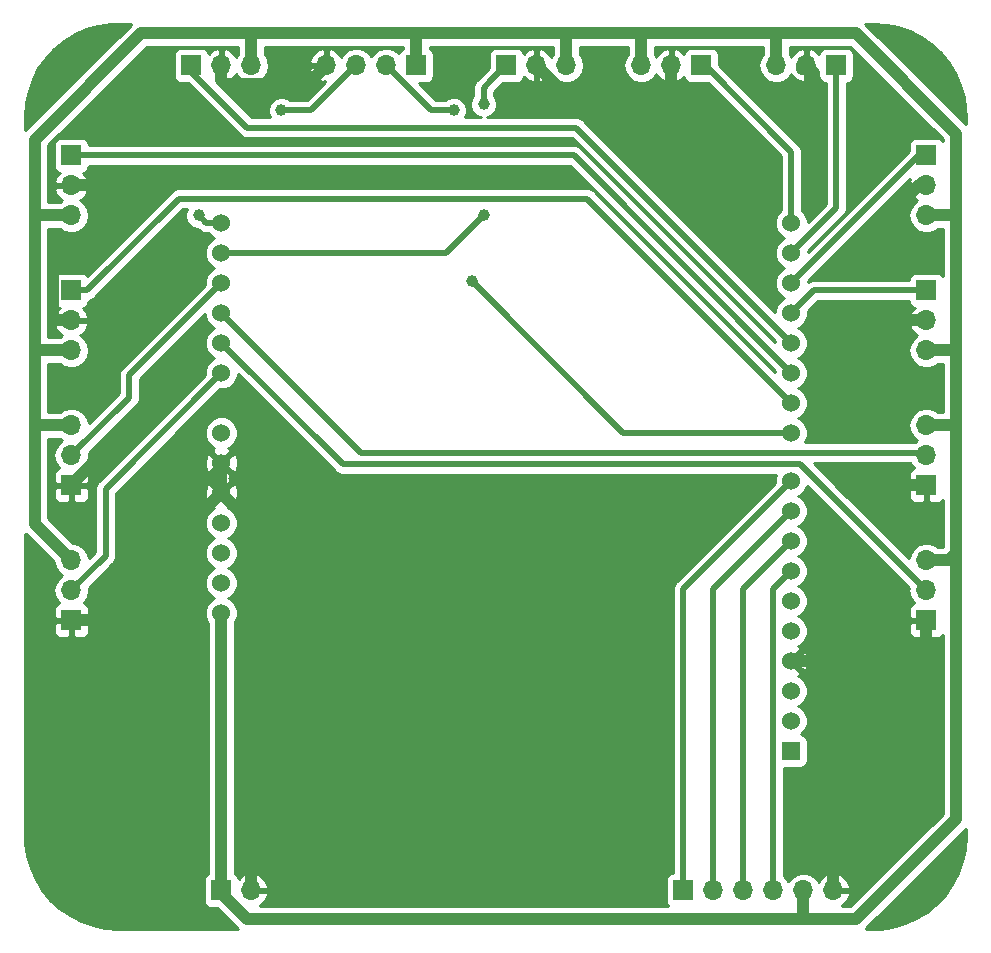
<source format=gbr>
G04 #@! TF.GenerationSoftware,KiCad,Pcbnew,(5.0.1)-4*
G04 #@! TF.CreationDate,2021-03-19T14:51:55+02:00*
G04 #@! TF.ProjectId,Jekabs_ilja_Sumo_Test_Motherboard,4A656B6162735F696C6A615F53756D6F,rev?*
G04 #@! TF.SameCoordinates,Original*
G04 #@! TF.FileFunction,Copper,L2,Bot,Signal*
G04 #@! TF.FilePolarity,Positive*
%FSLAX46Y46*%
G04 Gerber Fmt 4.6, Leading zero omitted, Abs format (unit mm)*
G04 Created by KiCad (PCBNEW (5.0.1)-4) date 2021.03.19. 14:51:55*
%MOMM*%
%LPD*%
G01*
G04 APERTURE LIST*
G04 #@! TA.AperFunction,ComponentPad*
%ADD10O,1.700000X1.700000*%
G04 #@! TD*
G04 #@! TA.AperFunction,ComponentPad*
%ADD11R,1.700000X1.700000*%
G04 #@! TD*
G04 #@! TA.AperFunction,ComponentPad*
%ADD12C,1.524000*%
G04 #@! TD*
G04 #@! TA.AperFunction,ComponentPad*
%ADD13R,1.524000X1.524000*%
G04 #@! TD*
G04 #@! TA.AperFunction,ViaPad*
%ADD14C,1.200000*%
G04 #@! TD*
G04 #@! TA.AperFunction,ViaPad*
%ADD15C,0.800000*%
G04 #@! TD*
G04 #@! TA.AperFunction,ViaPad*
%ADD16C,1.000000*%
G04 #@! TD*
G04 #@! TA.AperFunction,Conductor*
%ADD17C,1.000000*%
G04 #@! TD*
G04 #@! TA.AperFunction,Conductor*
%ADD18C,0.500000*%
G04 #@! TD*
G04 #@! TA.AperFunction,Conductor*
%ADD19C,0.254000*%
G04 #@! TD*
G04 APERTURE END LIST*
D10*
G04 #@! TO.P,J7,3*
G04 #@! TO.N,+5V*
X167490000Y-111630000D03*
G04 #@! TO.P,J7,2*
G04 #@! TO.N,IR_A1*
X167490000Y-114170000D03*
D11*
G04 #@! TO.P,J7,1*
G04 #@! TO.N,GND*
X167490000Y-116710000D03*
G04 #@! TD*
D12*
G04 #@! TO.P,MCU1,32*
G04 #@! TO.N,/Echo*
X107800000Y-83055000D03*
G04 #@! TO.P,MCU1,31*
G04 #@! TO.N,IR_E7*
X107800000Y-85595000D03*
G04 #@! TO.P,MCU1,30*
G04 #@! TO.N,IR_A3*
X107800000Y-88135000D03*
G04 #@! TO.P,MCU1,29*
G04 #@! TO.N,IR_A2*
X107800000Y-90675000D03*
G04 #@! TO.P,MCU1,28*
G04 #@! TO.N,IR_A1*
X107800000Y-93215000D03*
G04 #@! TO.P,MCU1,27*
G04 #@! TO.N,IR_A0*
X107800000Y-95755000D03*
G04 #@! TO.P,MCU1,26*
G04 #@! TO.N,Net-(MCU1-Pad26)*
X107800000Y-100835000D03*
G04 #@! TO.P,MCU1,25*
G04 #@! TO.N,GND*
X107800000Y-103375000D03*
G04 #@! TO.P,MCU1,24*
X107800000Y-105915000D03*
G04 #@! TO.P,MCU1,23*
G04 #@! TO.N,Net-(MCU1-Pad23)*
X107800000Y-108455000D03*
G04 #@! TO.P,MCU1,22*
G04 #@! TO.N,Net-(MCU1-Pad22)*
X107800000Y-110995000D03*
G04 #@! TO.P,MCU1,21*
G04 #@! TO.N,Net-(MCU1-Pad21)*
X107800000Y-113535000D03*
G04 #@! TO.P,MCU1,20*
G04 #@! TO.N,+5V*
X107800000Y-116075000D03*
G04 #@! TO.P,MCU1,18*
G04 #@! TO.N,IR_E0*
X156060000Y-83055000D03*
G04 #@! TO.P,MCU1,17*
G04 #@! TO.N,IR_E1*
X156060000Y-85595000D03*
G04 #@! TO.P,MCU1,16*
G04 #@! TO.N,IR_E2*
X156060000Y-88135000D03*
G04 #@! TO.P,MCU1,15*
G04 #@! TO.N,IR_E3*
X156060000Y-90675000D03*
G04 #@! TO.P,MCU1,14*
G04 #@! TO.N,IR_E4*
X156060000Y-93215000D03*
G04 #@! TO.P,MCU1,13*
G04 #@! TO.N,IR_E5*
X156060000Y-95755000D03*
G04 #@! TO.P,MCU1,12*
G04 #@! TO.N,IR_E6*
X156060000Y-98295000D03*
G04 #@! TO.P,MCU1,11*
G04 #@! TO.N,/Trig*
X156060000Y-100835000D03*
G04 #@! TO.P,MCU1,10*
G04 #@! TO.N,M1*
X156060000Y-104899000D03*
G04 #@! TO.P,MCU1,9*
G04 #@! TO.N,M2*
X156060000Y-107439000D03*
G04 #@! TO.P,MCU1,8*
G04 #@! TO.N,M3*
X156060000Y-109979000D03*
G04 #@! TO.P,MCU1,7*
G04 #@! TO.N,M4*
X156060000Y-112519000D03*
G04 #@! TO.P,MCU1,6*
G04 #@! TO.N,Net-(MCU1-Pad6)*
X156060000Y-115059000D03*
G04 #@! TO.P,MCU1,5*
G04 #@! TO.N,Net-(MCU1-Pad5)*
X156060000Y-117599000D03*
G04 #@! TO.P,MCU1,4*
G04 #@! TO.N,GND*
X156060000Y-120139000D03*
G04 #@! TO.P,MCU1,3*
G04 #@! TO.N,Net-(MCU1-Pad3)*
X156060000Y-122679000D03*
G04 #@! TO.P,MCU1,2*
G04 #@! TO.N,Net-(MCU1-Pad2)*
X156060000Y-125219000D03*
D13*
G04 #@! TO.P,MCU1,1*
G04 #@! TO.N,Net-(MCU1-Pad1)*
X156060000Y-127759000D03*
G04 #@! TD*
D11*
G04 #@! TO.P,U1,1*
G04 #@! TO.N,IR_E0*
X148440000Y-69720000D03*
D10*
G04 #@! TO.P,U1,2*
G04 #@! TO.N,GND*
X145900000Y-69720000D03*
G04 #@! TO.P,U1,3*
G04 #@! TO.N,+5V*
X143360000Y-69720000D03*
G04 #@! TD*
G04 #@! TO.P,U2,3*
G04 #@! TO.N,+5V*
X154790000Y-69720000D03*
G04 #@! TO.P,U2,2*
G04 #@! TO.N,GND*
X157330000Y-69720000D03*
D11*
G04 #@! TO.P,U2,1*
G04 #@! TO.N,IR_E1*
X159870000Y-69720000D03*
G04 #@! TD*
D10*
G04 #@! TO.P,U3,3*
G04 #@! TO.N,+5V*
X167490000Y-82420000D03*
G04 #@! TO.P,U3,2*
G04 #@! TO.N,GND*
X167490000Y-79880000D03*
D11*
G04 #@! TO.P,U3,1*
G04 #@! TO.N,IR_E2*
X167490000Y-77340000D03*
G04 #@! TD*
G04 #@! TO.P,U4,1*
G04 #@! TO.N,IR_E3*
X167490000Y-88770000D03*
D10*
G04 #@! TO.P,U4,2*
G04 #@! TO.N,GND*
X167490000Y-91310000D03*
G04 #@! TO.P,U4,3*
G04 #@! TO.N,+5V*
X167490000Y-93850000D03*
G04 #@! TD*
G04 #@! TO.P,U5,3*
G04 #@! TO.N,+5V*
X110340000Y-69720000D03*
G04 #@! TO.P,U5,2*
G04 #@! TO.N,GND*
X107800000Y-69720000D03*
D11*
G04 #@! TO.P,U5,1*
G04 #@! TO.N,IR_E4*
X105260000Y-69720000D03*
G04 #@! TD*
D10*
G04 #@! TO.P,U6,3*
G04 #@! TO.N,+5V*
X95100000Y-82420000D03*
G04 #@! TO.P,U6,2*
G04 #@! TO.N,GND*
X95100000Y-79880000D03*
D11*
G04 #@! TO.P,U6,1*
G04 #@! TO.N,IR_E5*
X95100000Y-77340000D03*
G04 #@! TD*
G04 #@! TO.P,U7,1*
G04 #@! TO.N,IR_E6*
X95100000Y-88770000D03*
D10*
G04 #@! TO.P,U7,2*
G04 #@! TO.N,GND*
X95100000Y-91310000D03*
G04 #@! TO.P,U7,3*
G04 #@! TO.N,+5V*
X95100000Y-93850000D03*
G04 #@! TD*
D11*
G04 #@! TO.P,U8,1*
G04 #@! TO.N,IR_E7*
X131930000Y-69720000D03*
D10*
G04 #@! TO.P,U8,2*
G04 #@! TO.N,GND*
X134470000Y-69720000D03*
G04 #@! TO.P,U8,3*
G04 #@! TO.N,+5V*
X137010000Y-69720000D03*
G04 #@! TD*
G04 #@! TO.P,U9,4*
G04 #@! TO.N,GND*
X116690000Y-69720000D03*
G04 #@! TO.P,U9,3*
G04 #@! TO.N,/Echo*
X119230000Y-69720000D03*
G04 #@! TO.P,U9,2*
G04 #@! TO.N,/Trig*
X121770000Y-69720000D03*
D11*
G04 #@! TO.P,U9,1*
G04 #@! TO.N,+5V*
X124310000Y-69720000D03*
G04 #@! TD*
D10*
G04 #@! TO.P,U10,10*
G04 #@! TO.N,GND*
X159620000Y-139570000D03*
G04 #@! TO.P,U10,9*
G04 #@! TO.N,+5V*
X157080000Y-139570000D03*
G04 #@! TO.P,U10,4*
G04 #@! TO.N,M4*
X154540000Y-139570000D03*
G04 #@! TO.P,U10,3*
G04 #@! TO.N,M3*
X152000000Y-139570000D03*
G04 #@! TO.P,U10,2*
G04 #@! TO.N,M2*
X149460000Y-139570000D03*
D11*
G04 #@! TO.P,U10,1*
G04 #@! TO.N,M1*
X146920000Y-139570000D03*
G04 #@! TD*
D10*
G04 #@! TO.P,U11,4*
G04 #@! TO.N,GND*
X110340000Y-139570000D03*
D11*
G04 #@! TO.P,U11,3*
G04 #@! TO.N,+5V*
X107800000Y-139570000D03*
G04 #@! TD*
D10*
G04 #@! TO.P,J3,3*
G04 #@! TO.N,+5V*
X95100000Y-111630000D03*
G04 #@! TO.P,J3,2*
G04 #@! TO.N,IR_A0*
X95100000Y-114170000D03*
D11*
G04 #@! TO.P,J3,1*
G04 #@! TO.N,GND*
X95100000Y-116710000D03*
G04 #@! TD*
G04 #@! TO.P,J4,1*
G04 #@! TO.N,GND*
X167490000Y-105280000D03*
D10*
G04 #@! TO.P,J4,2*
G04 #@! TO.N,IR_A2*
X167490000Y-102740000D03*
G04 #@! TO.P,J4,3*
G04 #@! TO.N,+5V*
X167490000Y-100200000D03*
G04 #@! TD*
D11*
G04 #@! TO.P,J8,1*
G04 #@! TO.N,GND*
X95100000Y-105280000D03*
D10*
G04 #@! TO.P,J8,2*
G04 #@! TO.N,IR_A3*
X95100000Y-102740000D03*
G04 #@! TO.P,J8,3*
G04 #@! TO.N,+5V*
X95100000Y-100200000D03*
G04 #@! TD*
D14*
G04 #@! TO.N,GND*
X160505000Y-114805000D03*
X160505000Y-104645000D03*
X160505000Y-94485000D03*
X160505000Y-86230000D03*
X157965000Y-77340000D03*
X145900000Y-77340000D03*
X112880000Y-71799999D03*
X102720000Y-79880000D03*
X102720000Y-98930000D03*
X102720000Y-110995000D03*
D15*
X168000000Y-139500000D03*
X168000000Y-70000000D03*
X95000000Y-70000000D03*
D16*
G04 #@! TO.N,/Echo*
X112880000Y-73530000D03*
X105895000Y-82420000D03*
G04 #@! TO.N,IR_E7*
X130025000Y-72999999D03*
X130025000Y-82420000D03*
G04 #@! TO.N,/Trig*
X129000000Y-88000000D03*
X127485000Y-73530000D03*
G04 #@! TD*
D17*
G04 #@! TO.N,GND*
X95220000Y-80000000D02*
X95100000Y-79880000D01*
X167490000Y-118560000D02*
X167490000Y-116710000D01*
X165911000Y-120139000D02*
X167490000Y-118560000D01*
X163000000Y-120139000D02*
X165911000Y-120139000D01*
X159620000Y-120374000D02*
X159385000Y-120139000D01*
X159620000Y-139570000D02*
X159620000Y-120374000D01*
X156060000Y-120139000D02*
X159385000Y-120139000D01*
X159385000Y-120139000D02*
X163000000Y-120139000D01*
X160505000Y-119885000D02*
X160505000Y-114805000D01*
X161140000Y-105280000D02*
X160505000Y-104645000D01*
X167490000Y-105280000D02*
X161140000Y-105280000D01*
X167490000Y-91310000D02*
X163680000Y-91310000D01*
X163680000Y-91310000D02*
X160505000Y-94485000D01*
X167490000Y-79880000D02*
X166855000Y-79880000D01*
X166855000Y-79880000D02*
X160505000Y-86230000D01*
X157000000Y-70050000D02*
X157330000Y-69720000D01*
X157965000Y-70355000D02*
X157330000Y-69720000D01*
X157965000Y-77340000D02*
X157965000Y-70355000D01*
X145900000Y-70922081D02*
X145900000Y-69720000D01*
X145900000Y-72895000D02*
X145900000Y-70922081D01*
X145900000Y-77340000D02*
X145900000Y-72895000D01*
X145795000Y-73000000D02*
X145900000Y-72895000D01*
X137750000Y-73000000D02*
X145795000Y-73000000D01*
X137750000Y-73000000D02*
X134470000Y-69720000D01*
X115840001Y-70569999D02*
X116690000Y-69720000D01*
X115139999Y-71270001D02*
X115840001Y-70569999D01*
D18*
X112880000Y-71799999D02*
X112774998Y-71799999D01*
D17*
X111610000Y-71270001D02*
X112245000Y-71270001D01*
D18*
X112774998Y-71799999D02*
X112245000Y-71270001D01*
D17*
X112245000Y-71270001D02*
X115139999Y-71270001D01*
X107800000Y-69720000D02*
X107800000Y-70922081D01*
X107800000Y-70922081D02*
X108147920Y-71270001D01*
X108147920Y-71270001D02*
X111610000Y-71270001D01*
X95100000Y-79880000D02*
X102720000Y-79880000D01*
X93897919Y-91310000D02*
X95100000Y-91310000D01*
X93549999Y-90962080D02*
X93897919Y-91310000D01*
X93549999Y-86450001D02*
X93549999Y-90962080D01*
X93549999Y-86450001D02*
X96149999Y-86450001D01*
X96149999Y-86450001D02*
X102720000Y-79880000D01*
X97005000Y-116710000D02*
X95100000Y-116710000D01*
X100000000Y-100380000D02*
X95100000Y-105280000D01*
X102720000Y-98930000D02*
X101450000Y-98930000D01*
X101450000Y-98930000D02*
X100000000Y-100380000D01*
X107800000Y-103375000D02*
X107800000Y-105915000D01*
X110340000Y-108455000D02*
X107800000Y-105915000D01*
X110340000Y-139570000D02*
X110340000Y-108455000D01*
X102720000Y-110995000D02*
X97005000Y-116710000D01*
X102720000Y-110995000D02*
X107800000Y-105915000D01*
D18*
G04 #@! TO.N,/Echo*
X119000000Y-69950000D02*
X119230000Y-69720000D01*
X119230000Y-69720000D02*
X115420000Y-73530000D01*
X115420000Y-73530000D02*
X112880000Y-73530000D01*
X107800000Y-83055000D02*
X106530000Y-83055000D01*
X106530000Y-83055000D02*
X105895000Y-82420000D01*
G04 #@! TO.N,IR_E7*
X132000000Y-69790000D02*
X131930000Y-69720000D01*
X131930000Y-69720000D02*
X130660000Y-70990000D01*
X130660000Y-70990000D02*
X130025000Y-71625000D01*
X130025000Y-71625000D02*
X130025000Y-72999999D01*
X130025000Y-82420000D02*
X126850000Y-85595000D01*
X107800000Y-85595000D02*
X126850000Y-85595000D01*
G04 #@! TO.N,IR_A3*
X107800000Y-88135000D02*
X100000000Y-95935000D01*
X100000000Y-97840000D02*
X95100000Y-102740000D01*
X100000000Y-95935000D02*
X100000000Y-97840000D01*
G04 #@! TO.N,IR_A2*
X119625000Y-102500000D02*
X107800000Y-90675000D01*
X167490000Y-102740000D02*
X167250000Y-102500000D01*
X167250000Y-102500000D02*
X119625000Y-102500000D01*
G04 #@! TO.N,IR_A1*
X167490000Y-114170000D02*
X156820000Y-103500000D01*
X118085000Y-103500000D02*
X107800000Y-93215000D01*
X156820000Y-103500000D02*
X118085000Y-103500000D01*
G04 #@! TO.N,IR_A0*
X107800000Y-95755000D02*
X98000000Y-105555000D01*
X98000000Y-111270000D02*
X95100000Y-114170000D01*
X98000000Y-105555000D02*
X98000000Y-111270000D01*
D17*
G04 #@! TO.N,+5V*
X107800000Y-116075000D02*
X107800000Y-139570000D01*
X107800000Y-139570000D02*
X107800000Y-139800000D01*
X95100000Y-111630000D02*
X92000000Y-108530000D01*
X92150000Y-93850000D02*
X92000000Y-94000000D01*
X92200000Y-100200000D02*
X92000000Y-100000000D01*
X92000000Y-108530000D02*
X92000000Y-100000000D01*
X95100000Y-100200000D02*
X92200000Y-100200000D01*
X92000000Y-94000000D02*
X92000000Y-100000000D01*
X95100000Y-93850000D02*
X92150000Y-93850000D01*
X92420000Y-82420000D02*
X92000000Y-82000000D01*
X92000000Y-82000000D02*
X92000000Y-94000000D01*
X95100000Y-82420000D02*
X92420000Y-82420000D01*
X92000000Y-76000000D02*
X92000000Y-82000000D01*
X101000000Y-67000000D02*
X92000000Y-76000000D01*
X110340000Y-67340000D02*
X110000000Y-67000000D01*
X110000000Y-67000000D02*
X101000000Y-67000000D01*
X110340000Y-69720000D02*
X110340000Y-67340000D01*
X124310000Y-67310000D02*
X124000000Y-67000000D01*
X124310000Y-69720000D02*
X124310000Y-67310000D01*
X124000000Y-67000000D02*
X110000000Y-67000000D01*
X137010000Y-67010000D02*
X137000000Y-67000000D01*
X137000000Y-67000000D02*
X124000000Y-67000000D01*
X137010000Y-69720000D02*
X137010000Y-67010000D01*
X143360000Y-67360000D02*
X143000000Y-67000000D01*
X143360000Y-69720000D02*
X143360000Y-67360000D01*
X143000000Y-67000000D02*
X137000000Y-67000000D01*
X154790000Y-67210000D02*
X155000000Y-67000000D01*
X154790000Y-69720000D02*
X154790000Y-67210000D01*
X155000000Y-67000000D02*
X143000000Y-67000000D01*
X167490000Y-82420000D02*
X169580000Y-82420000D01*
X169580000Y-82420000D02*
X170000000Y-82000000D01*
X170000000Y-94000000D02*
X170000000Y-82000000D01*
X167490000Y-93850000D02*
X169850000Y-93850000D01*
X169850000Y-93850000D02*
X170000000Y-94000000D01*
X167490000Y-100200000D02*
X169800000Y-100200000D01*
X169800000Y-100200000D02*
X170000000Y-100000000D01*
X170000000Y-100000000D02*
X170000000Y-94000000D01*
X170000000Y-111000000D02*
X170000000Y-100000000D01*
X157080000Y-139570000D02*
X157080000Y-141765000D01*
X157080000Y-141765000D02*
X156845000Y-142000000D01*
X156845000Y-142000000D02*
X161530000Y-142000000D01*
X170000000Y-133530000D02*
X170000000Y-131000000D01*
X170000000Y-131000000D02*
X170000000Y-111000000D01*
X167490000Y-111630000D02*
X169370000Y-111630000D01*
X169370000Y-111630000D02*
X170000000Y-111000000D01*
X161530000Y-142000000D02*
X170000000Y-133530000D01*
X110000000Y-142000000D02*
X156845000Y-142000000D01*
X107800000Y-139800000D02*
X110000000Y-142000000D01*
X161500000Y-67000000D02*
X170000000Y-75500000D01*
X170000000Y-82000000D02*
X170000000Y-75500000D01*
X161500000Y-67000000D02*
X155000000Y-67000000D01*
D18*
G04 #@! TO.N,IR_E0*
X148720000Y-69720000D02*
X148440000Y-69720000D01*
X156060000Y-83055000D02*
X156060000Y-77060000D01*
X156060000Y-77060000D02*
X148720000Y-69720000D01*
G04 #@! TO.N,IR_E1*
X159870000Y-81785000D02*
X159870000Y-69720000D01*
X156060000Y-85595000D02*
X159870000Y-81785000D01*
G04 #@! TO.N,IR_E2*
X166855000Y-77340000D02*
X167490000Y-77340000D01*
X156060000Y-88135000D02*
X166855000Y-77340000D01*
G04 #@! TO.N,IR_E3*
X157965000Y-88770000D02*
X167490000Y-88770000D01*
X156060000Y-90675000D02*
X157965000Y-88770000D01*
G04 #@! TO.N,IR_E4*
X105260000Y-70260000D02*
X105260000Y-69720000D01*
X110000000Y-75000000D02*
X105260000Y-70260000D01*
X156060000Y-93215000D02*
X137845000Y-75000000D01*
X137845000Y-75000000D02*
X110000000Y-75000000D01*
G04 #@! TO.N,IR_E5*
X137645000Y-77340000D02*
X95100000Y-77340000D01*
X156060000Y-95755000D02*
X137645000Y-77340000D01*
G04 #@! TO.N,IR_E6*
X96450000Y-88770000D02*
X104220000Y-81000000D01*
X95100000Y-88770000D02*
X96450000Y-88770000D01*
X104220000Y-81000000D02*
X138765000Y-81000000D01*
X138765000Y-81000000D02*
X156060000Y-98295000D01*
G04 #@! TO.N,/Trig*
X141835000Y-100835000D02*
X156060000Y-100835000D01*
X129000000Y-88000000D02*
X141835000Y-100835000D01*
X121770000Y-69720000D02*
X125580000Y-73530000D01*
X125580000Y-73530000D02*
X127485000Y-73530000D01*
G04 #@! TO.N,M1*
X146920000Y-114039000D02*
X146920000Y-139570000D01*
X156060000Y-104899000D02*
X146920000Y-114039000D01*
G04 #@! TO.N,M2*
X149460000Y-114039000D02*
X149460000Y-139570000D01*
X156060000Y-107439000D02*
X149460000Y-114039000D01*
G04 #@! TO.N,M3*
X152000000Y-114039000D02*
X152000000Y-139570000D01*
X156060000Y-109979000D02*
X152000000Y-114039000D01*
G04 #@! TO.N,M4*
X154540000Y-114039000D02*
X156060000Y-112519000D01*
X154540000Y-139570000D02*
X154540000Y-114039000D01*
G04 #@! TD*
D19*
G04 #@! TO.N,GND*
G36*
X170815000Y-134976673D02*
X170741119Y-136060399D01*
X170525584Y-137101180D01*
X170170793Y-138103079D01*
X169683313Y-139047555D01*
X169072158Y-139917140D01*
X168348648Y-140695729D01*
X167526164Y-141368926D01*
X166619923Y-141924270D01*
X165646696Y-142351488D01*
X164624496Y-142642669D01*
X163561552Y-142793948D01*
X162987444Y-142815000D01*
X162350487Y-142815000D01*
X162411613Y-142723518D01*
X170723522Y-134411610D01*
X170815000Y-134350487D01*
X170815000Y-134976673D01*
X170815000Y-134976673D01*
G37*
X170815000Y-134976673D02*
X170741119Y-136060399D01*
X170525584Y-137101180D01*
X170170793Y-138103079D01*
X169683313Y-139047555D01*
X169072158Y-139917140D01*
X168348648Y-140695729D01*
X167526164Y-141368926D01*
X166619923Y-141924270D01*
X165646696Y-142351488D01*
X164624496Y-142642669D01*
X163561552Y-142793948D01*
X162987444Y-142815000D01*
X162350487Y-142815000D01*
X162411613Y-142723518D01*
X170723522Y-134411610D01*
X170815000Y-134350487D01*
X170815000Y-134976673D01*
G36*
X117397577Y-104064156D02*
X117446951Y-104138049D01*
X117520844Y-104187423D01*
X117520845Y-104187424D01*
X117630886Y-104260951D01*
X117739690Y-104333652D01*
X117997835Y-104385000D01*
X117997839Y-104385000D01*
X118084999Y-104402337D01*
X118172159Y-104385000D01*
X154760803Y-104385000D01*
X154663000Y-104621119D01*
X154663000Y-105044421D01*
X146355847Y-113351575D01*
X146281951Y-113400951D01*
X146086348Y-113693691D01*
X146035000Y-113951836D01*
X146035000Y-113951839D01*
X146017663Y-114039000D01*
X146035000Y-114126161D01*
X146035001Y-138079522D01*
X145822235Y-138121843D01*
X145612191Y-138262191D01*
X145471843Y-138472235D01*
X145422560Y-138720000D01*
X145422560Y-140420000D01*
X145471843Y-140667765D01*
X145603632Y-140865000D01*
X111050537Y-140865000D01*
X111106924Y-140841645D01*
X111535183Y-140451358D01*
X111781486Y-139926892D01*
X111660819Y-139697000D01*
X110467000Y-139697000D01*
X110467000Y-139717000D01*
X110213000Y-139717000D01*
X110213000Y-139697000D01*
X110193000Y-139697000D01*
X110193000Y-139443000D01*
X110213000Y-139443000D01*
X110213000Y-138249845D01*
X110467000Y-138249845D01*
X110467000Y-139443000D01*
X111660819Y-139443000D01*
X111781486Y-139213108D01*
X111535183Y-138688642D01*
X111106924Y-138298355D01*
X110696890Y-138128524D01*
X110467000Y-138249845D01*
X110213000Y-138249845D01*
X109983110Y-138128524D01*
X109573076Y-138298355D01*
X109268739Y-138575708D01*
X109248157Y-138472235D01*
X109107809Y-138262191D01*
X108935000Y-138146723D01*
X108935000Y-116915657D01*
X108984320Y-116866337D01*
X109197000Y-116352881D01*
X109197000Y-115797119D01*
X108984320Y-115283663D01*
X108591337Y-114890680D01*
X108384487Y-114805000D01*
X108591337Y-114719320D01*
X108984320Y-114326337D01*
X109197000Y-113812881D01*
X109197000Y-113257119D01*
X108984320Y-112743663D01*
X108591337Y-112350680D01*
X108384487Y-112265000D01*
X108591337Y-112179320D01*
X108984320Y-111786337D01*
X109197000Y-111272881D01*
X109197000Y-110717119D01*
X108984320Y-110203663D01*
X108591337Y-109810680D01*
X108384487Y-109725000D01*
X108591337Y-109639320D01*
X108984320Y-109246337D01*
X109197000Y-108732881D01*
X109197000Y-108177119D01*
X108984320Y-107663663D01*
X108591337Y-107270680D01*
X108400353Y-107191572D01*
X108531143Y-107137397D01*
X108600608Y-106895213D01*
X107800000Y-106094605D01*
X106999392Y-106895213D01*
X107068857Y-107137397D01*
X107209393Y-107187535D01*
X107008663Y-107270680D01*
X106615680Y-107663663D01*
X106403000Y-108177119D01*
X106403000Y-108732881D01*
X106615680Y-109246337D01*
X107008663Y-109639320D01*
X107215513Y-109725000D01*
X107008663Y-109810680D01*
X106615680Y-110203663D01*
X106403000Y-110717119D01*
X106403000Y-111272881D01*
X106615680Y-111786337D01*
X107008663Y-112179320D01*
X107215513Y-112265000D01*
X107008663Y-112350680D01*
X106615680Y-112743663D01*
X106403000Y-113257119D01*
X106403000Y-113812881D01*
X106615680Y-114326337D01*
X107008663Y-114719320D01*
X107215513Y-114805000D01*
X107008663Y-114890680D01*
X106615680Y-115283663D01*
X106403000Y-115797119D01*
X106403000Y-116352881D01*
X106615680Y-116866337D01*
X106665000Y-116915657D01*
X106665001Y-138146722D01*
X106492191Y-138262191D01*
X106351843Y-138472235D01*
X106302560Y-138720000D01*
X106302560Y-140420000D01*
X106351843Y-140667765D01*
X106492191Y-140877809D01*
X106702235Y-141018157D01*
X106950000Y-141067440D01*
X107462309Y-141067440D01*
X109118389Y-142723521D01*
X109179513Y-142815000D01*
X99023327Y-142815000D01*
X97939601Y-142741119D01*
X96898820Y-142525584D01*
X95896921Y-142170793D01*
X94952445Y-141683313D01*
X94082860Y-141072158D01*
X93304271Y-140348648D01*
X92631074Y-139526164D01*
X92075730Y-138619923D01*
X91648512Y-137646696D01*
X91357331Y-136624496D01*
X91206052Y-135561552D01*
X91185000Y-134987444D01*
X91185000Y-116995750D01*
X93615000Y-116995750D01*
X93615000Y-117686310D01*
X93711673Y-117919699D01*
X93890302Y-118098327D01*
X94123691Y-118195000D01*
X94814250Y-118195000D01*
X94973000Y-118036250D01*
X94973000Y-116837000D01*
X95227000Y-116837000D01*
X95227000Y-118036250D01*
X95385750Y-118195000D01*
X96076309Y-118195000D01*
X96309698Y-118098327D01*
X96488327Y-117919699D01*
X96585000Y-117686310D01*
X96585000Y-116995750D01*
X96426250Y-116837000D01*
X95227000Y-116837000D01*
X94973000Y-116837000D01*
X93773750Y-116837000D01*
X93615000Y-116995750D01*
X91185000Y-116995750D01*
X91185000Y-109350487D01*
X91276482Y-109411613D01*
X93608513Y-111743645D01*
X93701161Y-112209418D01*
X94029375Y-112700625D01*
X94327761Y-112900000D01*
X94029375Y-113099375D01*
X93701161Y-113590582D01*
X93585908Y-114170000D01*
X93701161Y-114749418D01*
X94029375Y-115240625D01*
X94051033Y-115255096D01*
X93890302Y-115321673D01*
X93711673Y-115500301D01*
X93615000Y-115733690D01*
X93615000Y-116424250D01*
X93773750Y-116583000D01*
X94973000Y-116583000D01*
X94973000Y-116563000D01*
X95227000Y-116563000D01*
X95227000Y-116583000D01*
X96426250Y-116583000D01*
X96585000Y-116424250D01*
X96585000Y-115733690D01*
X96488327Y-115500301D01*
X96309698Y-115321673D01*
X96148967Y-115255096D01*
X96170625Y-115240625D01*
X96498839Y-114749418D01*
X96614092Y-114170000D01*
X96570538Y-113951040D01*
X98564156Y-111957423D01*
X98638049Y-111908049D01*
X98833652Y-111615310D01*
X98885000Y-111357165D01*
X98885000Y-111357161D01*
X98902337Y-111270001D01*
X98885000Y-111182841D01*
X98885000Y-105921578D01*
X99099276Y-105707302D01*
X106390856Y-105707302D01*
X106418638Y-106262368D01*
X106577603Y-106646143D01*
X106819787Y-106715608D01*
X107620395Y-105915000D01*
X107979605Y-105915000D01*
X108780213Y-106715608D01*
X109022397Y-106646143D01*
X109209144Y-106122698D01*
X109181362Y-105567632D01*
X109022397Y-105183857D01*
X108780213Y-105114392D01*
X107979605Y-105915000D01*
X107620395Y-105915000D01*
X106819787Y-105114392D01*
X106577603Y-105183857D01*
X106390856Y-105707302D01*
X99099276Y-105707302D01*
X100451365Y-104355213D01*
X106999392Y-104355213D01*
X107068857Y-104597397D01*
X107192344Y-104641453D01*
X107068857Y-104692603D01*
X106999392Y-104934787D01*
X107800000Y-105735395D01*
X108600608Y-104934787D01*
X108531143Y-104692603D01*
X108407656Y-104648547D01*
X108531143Y-104597397D01*
X108600608Y-104355213D01*
X107800000Y-103554605D01*
X106999392Y-104355213D01*
X100451365Y-104355213D01*
X101639276Y-103167302D01*
X106390856Y-103167302D01*
X106418638Y-103722368D01*
X106577603Y-104106143D01*
X106819787Y-104175608D01*
X107620395Y-103375000D01*
X107979605Y-103375000D01*
X108780213Y-104175608D01*
X109022397Y-104106143D01*
X109209144Y-103582698D01*
X109181362Y-103027632D01*
X109022397Y-102643857D01*
X108780213Y-102574392D01*
X107979605Y-103375000D01*
X107620395Y-103375000D01*
X106819787Y-102574392D01*
X106577603Y-102643857D01*
X106390856Y-103167302D01*
X101639276Y-103167302D01*
X104249459Y-100557119D01*
X106403000Y-100557119D01*
X106403000Y-101112881D01*
X106615680Y-101626337D01*
X107008663Y-102019320D01*
X107199647Y-102098428D01*
X107068857Y-102152603D01*
X106999392Y-102394787D01*
X107800000Y-103195395D01*
X108600608Y-102394787D01*
X108531143Y-102152603D01*
X108390607Y-102102465D01*
X108591337Y-102019320D01*
X108984320Y-101626337D01*
X109197000Y-101112881D01*
X109197000Y-100557119D01*
X108984320Y-100043663D01*
X108591337Y-99650680D01*
X108077881Y-99438000D01*
X107522119Y-99438000D01*
X107008663Y-99650680D01*
X106615680Y-100043663D01*
X106403000Y-100557119D01*
X104249459Y-100557119D01*
X107654579Y-97152000D01*
X108077881Y-97152000D01*
X108591337Y-96939320D01*
X108984320Y-96546337D01*
X109197000Y-96032881D01*
X109197000Y-95863578D01*
X117397577Y-104064156D01*
X117397577Y-104064156D01*
G37*
X117397577Y-104064156D02*
X117446951Y-104138049D01*
X117520844Y-104187423D01*
X117520845Y-104187424D01*
X117630886Y-104260951D01*
X117739690Y-104333652D01*
X117997835Y-104385000D01*
X117997839Y-104385000D01*
X118084999Y-104402337D01*
X118172159Y-104385000D01*
X154760803Y-104385000D01*
X154663000Y-104621119D01*
X154663000Y-105044421D01*
X146355847Y-113351575D01*
X146281951Y-113400951D01*
X146086348Y-113693691D01*
X146035000Y-113951836D01*
X146035000Y-113951839D01*
X146017663Y-114039000D01*
X146035000Y-114126161D01*
X146035001Y-138079522D01*
X145822235Y-138121843D01*
X145612191Y-138262191D01*
X145471843Y-138472235D01*
X145422560Y-138720000D01*
X145422560Y-140420000D01*
X145471843Y-140667765D01*
X145603632Y-140865000D01*
X111050537Y-140865000D01*
X111106924Y-140841645D01*
X111535183Y-140451358D01*
X111781486Y-139926892D01*
X111660819Y-139697000D01*
X110467000Y-139697000D01*
X110467000Y-139717000D01*
X110213000Y-139717000D01*
X110213000Y-139697000D01*
X110193000Y-139697000D01*
X110193000Y-139443000D01*
X110213000Y-139443000D01*
X110213000Y-138249845D01*
X110467000Y-138249845D01*
X110467000Y-139443000D01*
X111660819Y-139443000D01*
X111781486Y-139213108D01*
X111535183Y-138688642D01*
X111106924Y-138298355D01*
X110696890Y-138128524D01*
X110467000Y-138249845D01*
X110213000Y-138249845D01*
X109983110Y-138128524D01*
X109573076Y-138298355D01*
X109268739Y-138575708D01*
X109248157Y-138472235D01*
X109107809Y-138262191D01*
X108935000Y-138146723D01*
X108935000Y-116915657D01*
X108984320Y-116866337D01*
X109197000Y-116352881D01*
X109197000Y-115797119D01*
X108984320Y-115283663D01*
X108591337Y-114890680D01*
X108384487Y-114805000D01*
X108591337Y-114719320D01*
X108984320Y-114326337D01*
X109197000Y-113812881D01*
X109197000Y-113257119D01*
X108984320Y-112743663D01*
X108591337Y-112350680D01*
X108384487Y-112265000D01*
X108591337Y-112179320D01*
X108984320Y-111786337D01*
X109197000Y-111272881D01*
X109197000Y-110717119D01*
X108984320Y-110203663D01*
X108591337Y-109810680D01*
X108384487Y-109725000D01*
X108591337Y-109639320D01*
X108984320Y-109246337D01*
X109197000Y-108732881D01*
X109197000Y-108177119D01*
X108984320Y-107663663D01*
X108591337Y-107270680D01*
X108400353Y-107191572D01*
X108531143Y-107137397D01*
X108600608Y-106895213D01*
X107800000Y-106094605D01*
X106999392Y-106895213D01*
X107068857Y-107137397D01*
X107209393Y-107187535D01*
X107008663Y-107270680D01*
X106615680Y-107663663D01*
X106403000Y-108177119D01*
X106403000Y-108732881D01*
X106615680Y-109246337D01*
X107008663Y-109639320D01*
X107215513Y-109725000D01*
X107008663Y-109810680D01*
X106615680Y-110203663D01*
X106403000Y-110717119D01*
X106403000Y-111272881D01*
X106615680Y-111786337D01*
X107008663Y-112179320D01*
X107215513Y-112265000D01*
X107008663Y-112350680D01*
X106615680Y-112743663D01*
X106403000Y-113257119D01*
X106403000Y-113812881D01*
X106615680Y-114326337D01*
X107008663Y-114719320D01*
X107215513Y-114805000D01*
X107008663Y-114890680D01*
X106615680Y-115283663D01*
X106403000Y-115797119D01*
X106403000Y-116352881D01*
X106615680Y-116866337D01*
X106665000Y-116915657D01*
X106665001Y-138146722D01*
X106492191Y-138262191D01*
X106351843Y-138472235D01*
X106302560Y-138720000D01*
X106302560Y-140420000D01*
X106351843Y-140667765D01*
X106492191Y-140877809D01*
X106702235Y-141018157D01*
X106950000Y-141067440D01*
X107462309Y-141067440D01*
X109118389Y-142723521D01*
X109179513Y-142815000D01*
X99023327Y-142815000D01*
X97939601Y-142741119D01*
X96898820Y-142525584D01*
X95896921Y-142170793D01*
X94952445Y-141683313D01*
X94082860Y-141072158D01*
X93304271Y-140348648D01*
X92631074Y-139526164D01*
X92075730Y-138619923D01*
X91648512Y-137646696D01*
X91357331Y-136624496D01*
X91206052Y-135561552D01*
X91185000Y-134987444D01*
X91185000Y-116995750D01*
X93615000Y-116995750D01*
X93615000Y-117686310D01*
X93711673Y-117919699D01*
X93890302Y-118098327D01*
X94123691Y-118195000D01*
X94814250Y-118195000D01*
X94973000Y-118036250D01*
X94973000Y-116837000D01*
X95227000Y-116837000D01*
X95227000Y-118036250D01*
X95385750Y-118195000D01*
X96076309Y-118195000D01*
X96309698Y-118098327D01*
X96488327Y-117919699D01*
X96585000Y-117686310D01*
X96585000Y-116995750D01*
X96426250Y-116837000D01*
X95227000Y-116837000D01*
X94973000Y-116837000D01*
X93773750Y-116837000D01*
X93615000Y-116995750D01*
X91185000Y-116995750D01*
X91185000Y-109350487D01*
X91276482Y-109411613D01*
X93608513Y-111743645D01*
X93701161Y-112209418D01*
X94029375Y-112700625D01*
X94327761Y-112900000D01*
X94029375Y-113099375D01*
X93701161Y-113590582D01*
X93585908Y-114170000D01*
X93701161Y-114749418D01*
X94029375Y-115240625D01*
X94051033Y-115255096D01*
X93890302Y-115321673D01*
X93711673Y-115500301D01*
X93615000Y-115733690D01*
X93615000Y-116424250D01*
X93773750Y-116583000D01*
X94973000Y-116583000D01*
X94973000Y-116563000D01*
X95227000Y-116563000D01*
X95227000Y-116583000D01*
X96426250Y-116583000D01*
X96585000Y-116424250D01*
X96585000Y-115733690D01*
X96488327Y-115500301D01*
X96309698Y-115321673D01*
X96148967Y-115255096D01*
X96170625Y-115240625D01*
X96498839Y-114749418D01*
X96614092Y-114170000D01*
X96570538Y-113951040D01*
X98564156Y-111957423D01*
X98638049Y-111908049D01*
X98833652Y-111615310D01*
X98885000Y-111357165D01*
X98885000Y-111357161D01*
X98902337Y-111270001D01*
X98885000Y-111182841D01*
X98885000Y-105921578D01*
X99099276Y-105707302D01*
X106390856Y-105707302D01*
X106418638Y-106262368D01*
X106577603Y-106646143D01*
X106819787Y-106715608D01*
X107620395Y-105915000D01*
X107979605Y-105915000D01*
X108780213Y-106715608D01*
X109022397Y-106646143D01*
X109209144Y-106122698D01*
X109181362Y-105567632D01*
X109022397Y-105183857D01*
X108780213Y-105114392D01*
X107979605Y-105915000D01*
X107620395Y-105915000D01*
X106819787Y-105114392D01*
X106577603Y-105183857D01*
X106390856Y-105707302D01*
X99099276Y-105707302D01*
X100451365Y-104355213D01*
X106999392Y-104355213D01*
X107068857Y-104597397D01*
X107192344Y-104641453D01*
X107068857Y-104692603D01*
X106999392Y-104934787D01*
X107800000Y-105735395D01*
X108600608Y-104934787D01*
X108531143Y-104692603D01*
X108407656Y-104648547D01*
X108531143Y-104597397D01*
X108600608Y-104355213D01*
X107800000Y-103554605D01*
X106999392Y-104355213D01*
X100451365Y-104355213D01*
X101639276Y-103167302D01*
X106390856Y-103167302D01*
X106418638Y-103722368D01*
X106577603Y-104106143D01*
X106819787Y-104175608D01*
X107620395Y-103375000D01*
X107979605Y-103375000D01*
X108780213Y-104175608D01*
X109022397Y-104106143D01*
X109209144Y-103582698D01*
X109181362Y-103027632D01*
X109022397Y-102643857D01*
X108780213Y-102574392D01*
X107979605Y-103375000D01*
X107620395Y-103375000D01*
X106819787Y-102574392D01*
X106577603Y-102643857D01*
X106390856Y-103167302D01*
X101639276Y-103167302D01*
X104249459Y-100557119D01*
X106403000Y-100557119D01*
X106403000Y-101112881D01*
X106615680Y-101626337D01*
X107008663Y-102019320D01*
X107199647Y-102098428D01*
X107068857Y-102152603D01*
X106999392Y-102394787D01*
X107800000Y-103195395D01*
X108600608Y-102394787D01*
X108531143Y-102152603D01*
X108390607Y-102102465D01*
X108591337Y-102019320D01*
X108984320Y-101626337D01*
X109197000Y-101112881D01*
X109197000Y-100557119D01*
X108984320Y-100043663D01*
X108591337Y-99650680D01*
X108077881Y-99438000D01*
X107522119Y-99438000D01*
X107008663Y-99650680D01*
X106615680Y-100043663D01*
X106403000Y-100557119D01*
X104249459Y-100557119D01*
X107654579Y-97152000D01*
X108077881Y-97152000D01*
X108591337Y-96939320D01*
X108984320Y-96546337D01*
X109197000Y-96032881D01*
X109197000Y-95863578D01*
X117397577Y-104064156D01*
G36*
X166019462Y-113951041D02*
X165975908Y-114170000D01*
X166091161Y-114749418D01*
X166419375Y-115240625D01*
X166441033Y-115255096D01*
X166280302Y-115321673D01*
X166101673Y-115500301D01*
X166005000Y-115733690D01*
X166005000Y-116424250D01*
X166163750Y-116583000D01*
X167363000Y-116583000D01*
X167363000Y-116563000D01*
X167617000Y-116563000D01*
X167617000Y-116583000D01*
X167637000Y-116583000D01*
X167637000Y-116837000D01*
X167617000Y-116837000D01*
X167617000Y-118036250D01*
X167775750Y-118195000D01*
X168466309Y-118195000D01*
X168699698Y-118098327D01*
X168865001Y-117933025D01*
X168865000Y-131111782D01*
X168865001Y-131111787D01*
X168865000Y-133059868D01*
X161059869Y-140865000D01*
X160330537Y-140865000D01*
X160386924Y-140841645D01*
X160815183Y-140451358D01*
X161061486Y-139926892D01*
X160940819Y-139697000D01*
X159747000Y-139697000D01*
X159747000Y-139717000D01*
X159493000Y-139717000D01*
X159493000Y-139697000D01*
X159473000Y-139697000D01*
X159473000Y-139443000D01*
X159493000Y-139443000D01*
X159493000Y-138249845D01*
X159747000Y-138249845D01*
X159747000Y-139443000D01*
X160940819Y-139443000D01*
X161061486Y-139213108D01*
X160815183Y-138688642D01*
X160386924Y-138298355D01*
X159976890Y-138128524D01*
X159747000Y-138249845D01*
X159493000Y-138249845D01*
X159263110Y-138128524D01*
X158853076Y-138298355D01*
X158424817Y-138688642D01*
X158363843Y-138818478D01*
X158150625Y-138499375D01*
X157659418Y-138171161D01*
X157226256Y-138085000D01*
X156933744Y-138085000D01*
X156500582Y-138171161D01*
X156009375Y-138499375D01*
X155810000Y-138797761D01*
X155610625Y-138499375D01*
X155425000Y-138375344D01*
X155425000Y-129168440D01*
X156822000Y-129168440D01*
X157069765Y-129119157D01*
X157279809Y-128978809D01*
X157420157Y-128768765D01*
X157469440Y-128521000D01*
X157469440Y-126997000D01*
X157420157Y-126749235D01*
X157279809Y-126539191D01*
X157069765Y-126398843D01*
X156891310Y-126363347D01*
X157244320Y-126010337D01*
X157457000Y-125496881D01*
X157457000Y-124941119D01*
X157244320Y-124427663D01*
X156851337Y-124034680D01*
X156644487Y-123949000D01*
X156851337Y-123863320D01*
X157244320Y-123470337D01*
X157457000Y-122956881D01*
X157457000Y-122401119D01*
X157244320Y-121887663D01*
X156851337Y-121494680D01*
X156660353Y-121415572D01*
X156791143Y-121361397D01*
X156860608Y-121119213D01*
X156060000Y-120318605D01*
X156045858Y-120332748D01*
X155866253Y-120153143D01*
X155880395Y-120139000D01*
X156239605Y-120139000D01*
X157040213Y-120939608D01*
X157282397Y-120870143D01*
X157469144Y-120346698D01*
X157441362Y-119791632D01*
X157282397Y-119407857D01*
X157040213Y-119338392D01*
X156239605Y-120139000D01*
X155880395Y-120139000D01*
X155866253Y-120124858D01*
X156045858Y-119945253D01*
X156060000Y-119959395D01*
X156860608Y-119158787D01*
X156791143Y-118916603D01*
X156650607Y-118866465D01*
X156851337Y-118783320D01*
X157244320Y-118390337D01*
X157457000Y-117876881D01*
X157457000Y-117321119D01*
X157322229Y-116995750D01*
X166005000Y-116995750D01*
X166005000Y-117686310D01*
X166101673Y-117919699D01*
X166280302Y-118098327D01*
X166513691Y-118195000D01*
X167204250Y-118195000D01*
X167363000Y-118036250D01*
X167363000Y-116837000D01*
X166163750Y-116837000D01*
X166005000Y-116995750D01*
X157322229Y-116995750D01*
X157244320Y-116807663D01*
X156851337Y-116414680D01*
X156644487Y-116329000D01*
X156851337Y-116243320D01*
X157244320Y-115850337D01*
X157457000Y-115336881D01*
X157457000Y-114781119D01*
X157244320Y-114267663D01*
X156851337Y-113874680D01*
X156644487Y-113789000D01*
X156851337Y-113703320D01*
X157244320Y-113310337D01*
X157457000Y-112796881D01*
X157457000Y-112241119D01*
X157244320Y-111727663D01*
X156851337Y-111334680D01*
X156644487Y-111249000D01*
X156851337Y-111163320D01*
X157244320Y-110770337D01*
X157457000Y-110256881D01*
X157457000Y-109701119D01*
X157244320Y-109187663D01*
X156851337Y-108794680D01*
X156644487Y-108709000D01*
X156851337Y-108623320D01*
X157244320Y-108230337D01*
X157457000Y-107716881D01*
X157457000Y-107161119D01*
X157244320Y-106647663D01*
X156851337Y-106254680D01*
X156644487Y-106169000D01*
X156851337Y-106083320D01*
X157244320Y-105690337D01*
X157394995Y-105326574D01*
X166019462Y-113951041D01*
X166019462Y-113951041D01*
G37*
X166019462Y-113951041D02*
X165975908Y-114170000D01*
X166091161Y-114749418D01*
X166419375Y-115240625D01*
X166441033Y-115255096D01*
X166280302Y-115321673D01*
X166101673Y-115500301D01*
X166005000Y-115733690D01*
X166005000Y-116424250D01*
X166163750Y-116583000D01*
X167363000Y-116583000D01*
X167363000Y-116563000D01*
X167617000Y-116563000D01*
X167617000Y-116583000D01*
X167637000Y-116583000D01*
X167637000Y-116837000D01*
X167617000Y-116837000D01*
X167617000Y-118036250D01*
X167775750Y-118195000D01*
X168466309Y-118195000D01*
X168699698Y-118098327D01*
X168865001Y-117933025D01*
X168865000Y-131111782D01*
X168865001Y-131111787D01*
X168865000Y-133059868D01*
X161059869Y-140865000D01*
X160330537Y-140865000D01*
X160386924Y-140841645D01*
X160815183Y-140451358D01*
X161061486Y-139926892D01*
X160940819Y-139697000D01*
X159747000Y-139697000D01*
X159747000Y-139717000D01*
X159493000Y-139717000D01*
X159493000Y-139697000D01*
X159473000Y-139697000D01*
X159473000Y-139443000D01*
X159493000Y-139443000D01*
X159493000Y-138249845D01*
X159747000Y-138249845D01*
X159747000Y-139443000D01*
X160940819Y-139443000D01*
X161061486Y-139213108D01*
X160815183Y-138688642D01*
X160386924Y-138298355D01*
X159976890Y-138128524D01*
X159747000Y-138249845D01*
X159493000Y-138249845D01*
X159263110Y-138128524D01*
X158853076Y-138298355D01*
X158424817Y-138688642D01*
X158363843Y-138818478D01*
X158150625Y-138499375D01*
X157659418Y-138171161D01*
X157226256Y-138085000D01*
X156933744Y-138085000D01*
X156500582Y-138171161D01*
X156009375Y-138499375D01*
X155810000Y-138797761D01*
X155610625Y-138499375D01*
X155425000Y-138375344D01*
X155425000Y-129168440D01*
X156822000Y-129168440D01*
X157069765Y-129119157D01*
X157279809Y-128978809D01*
X157420157Y-128768765D01*
X157469440Y-128521000D01*
X157469440Y-126997000D01*
X157420157Y-126749235D01*
X157279809Y-126539191D01*
X157069765Y-126398843D01*
X156891310Y-126363347D01*
X157244320Y-126010337D01*
X157457000Y-125496881D01*
X157457000Y-124941119D01*
X157244320Y-124427663D01*
X156851337Y-124034680D01*
X156644487Y-123949000D01*
X156851337Y-123863320D01*
X157244320Y-123470337D01*
X157457000Y-122956881D01*
X157457000Y-122401119D01*
X157244320Y-121887663D01*
X156851337Y-121494680D01*
X156660353Y-121415572D01*
X156791143Y-121361397D01*
X156860608Y-121119213D01*
X156060000Y-120318605D01*
X156045858Y-120332748D01*
X155866253Y-120153143D01*
X155880395Y-120139000D01*
X156239605Y-120139000D01*
X157040213Y-120939608D01*
X157282397Y-120870143D01*
X157469144Y-120346698D01*
X157441362Y-119791632D01*
X157282397Y-119407857D01*
X157040213Y-119338392D01*
X156239605Y-120139000D01*
X155880395Y-120139000D01*
X155866253Y-120124858D01*
X156045858Y-119945253D01*
X156060000Y-119959395D01*
X156860608Y-119158787D01*
X156791143Y-118916603D01*
X156650607Y-118866465D01*
X156851337Y-118783320D01*
X157244320Y-118390337D01*
X157457000Y-117876881D01*
X157457000Y-117321119D01*
X157322229Y-116995750D01*
X166005000Y-116995750D01*
X166005000Y-117686310D01*
X166101673Y-117919699D01*
X166280302Y-118098327D01*
X166513691Y-118195000D01*
X167204250Y-118195000D01*
X167363000Y-118036250D01*
X167363000Y-116837000D01*
X166163750Y-116837000D01*
X166005000Y-116995750D01*
X157322229Y-116995750D01*
X157244320Y-116807663D01*
X156851337Y-116414680D01*
X156644487Y-116329000D01*
X156851337Y-116243320D01*
X157244320Y-115850337D01*
X157457000Y-115336881D01*
X157457000Y-114781119D01*
X157244320Y-114267663D01*
X156851337Y-113874680D01*
X156644487Y-113789000D01*
X156851337Y-113703320D01*
X157244320Y-113310337D01*
X157457000Y-112796881D01*
X157457000Y-112241119D01*
X157244320Y-111727663D01*
X156851337Y-111334680D01*
X156644487Y-111249000D01*
X156851337Y-111163320D01*
X157244320Y-110770337D01*
X157457000Y-110256881D01*
X157457000Y-109701119D01*
X157244320Y-109187663D01*
X156851337Y-108794680D01*
X156644487Y-108709000D01*
X156851337Y-108623320D01*
X157244320Y-108230337D01*
X157457000Y-107716881D01*
X157457000Y-107161119D01*
X157244320Y-106647663D01*
X156851337Y-106254680D01*
X156644487Y-106169000D01*
X156851337Y-106083320D01*
X157244320Y-105690337D01*
X157394995Y-105326574D01*
X166019462Y-113951041D01*
G36*
X166419375Y-103810625D02*
X166441033Y-103825096D01*
X166280302Y-103891673D01*
X166101673Y-104070301D01*
X166005000Y-104303690D01*
X166005000Y-104994250D01*
X166163750Y-105153000D01*
X167363000Y-105153000D01*
X167363000Y-105133000D01*
X167617000Y-105133000D01*
X167617000Y-105153000D01*
X167637000Y-105153000D01*
X167637000Y-105407000D01*
X167617000Y-105407000D01*
X167617000Y-106606250D01*
X167775750Y-106765000D01*
X168466309Y-106765000D01*
X168699698Y-106668327D01*
X168865000Y-106503026D01*
X168865000Y-110495000D01*
X168464281Y-110495000D01*
X168069418Y-110231161D01*
X167636256Y-110145000D01*
X167343744Y-110145000D01*
X166910582Y-110231161D01*
X166419375Y-110559375D01*
X166091161Y-111050582D01*
X166013349Y-111441770D01*
X160137329Y-105565750D01*
X166005000Y-105565750D01*
X166005000Y-106256310D01*
X166101673Y-106489699D01*
X166280302Y-106668327D01*
X166513691Y-106765000D01*
X167204250Y-106765000D01*
X167363000Y-106606250D01*
X167363000Y-105407000D01*
X166163750Y-105407000D01*
X166005000Y-105565750D01*
X160137329Y-105565750D01*
X157956578Y-103385000D01*
X166134981Y-103385000D01*
X166419375Y-103810625D01*
X166419375Y-103810625D01*
G37*
X166419375Y-103810625D02*
X166441033Y-103825096D01*
X166280302Y-103891673D01*
X166101673Y-104070301D01*
X166005000Y-104303690D01*
X166005000Y-104994250D01*
X166163750Y-105153000D01*
X167363000Y-105153000D01*
X167363000Y-105133000D01*
X167617000Y-105133000D01*
X167617000Y-105153000D01*
X167637000Y-105153000D01*
X167637000Y-105407000D01*
X167617000Y-105407000D01*
X167617000Y-106606250D01*
X167775750Y-106765000D01*
X168466309Y-106765000D01*
X168699698Y-106668327D01*
X168865000Y-106503026D01*
X168865000Y-110495000D01*
X168464281Y-110495000D01*
X168069418Y-110231161D01*
X167636256Y-110145000D01*
X167343744Y-110145000D01*
X166910582Y-110231161D01*
X166419375Y-110559375D01*
X166091161Y-111050582D01*
X166013349Y-111441770D01*
X160137329Y-105565750D01*
X166005000Y-105565750D01*
X166005000Y-106256310D01*
X166101673Y-106489699D01*
X166280302Y-106668327D01*
X166513691Y-106765000D01*
X167204250Y-106765000D01*
X167363000Y-106606250D01*
X167363000Y-105407000D01*
X166163750Y-105407000D01*
X166005000Y-105565750D01*
X160137329Y-105565750D01*
X157956578Y-103385000D01*
X166134981Y-103385000D01*
X166419375Y-103810625D01*
G36*
X106403000Y-90952881D02*
X106615680Y-91466337D01*
X107008663Y-91859320D01*
X107215513Y-91945000D01*
X107008663Y-92030680D01*
X106615680Y-92423663D01*
X106403000Y-92937119D01*
X106403000Y-93492881D01*
X106615680Y-94006337D01*
X107008663Y-94399320D01*
X107215513Y-94485000D01*
X107008663Y-94570680D01*
X106615680Y-94963663D01*
X106403000Y-95477119D01*
X106403000Y-95900421D01*
X97435847Y-104867575D01*
X97361951Y-104916951D01*
X97166348Y-105209691D01*
X97115000Y-105467836D01*
X97115000Y-105467839D01*
X97097663Y-105555000D01*
X97115000Y-105642161D01*
X97115001Y-110903420D01*
X96576651Y-111441770D01*
X96498839Y-111050582D01*
X96170625Y-110559375D01*
X95679418Y-110231161D01*
X95246256Y-110145000D01*
X95220132Y-110145000D01*
X93135000Y-108059869D01*
X93135000Y-105565750D01*
X93615000Y-105565750D01*
X93615000Y-106256310D01*
X93711673Y-106489699D01*
X93890302Y-106668327D01*
X94123691Y-106765000D01*
X94814250Y-106765000D01*
X94973000Y-106606250D01*
X94973000Y-105407000D01*
X95227000Y-105407000D01*
X95227000Y-106606250D01*
X95385750Y-106765000D01*
X96076309Y-106765000D01*
X96309698Y-106668327D01*
X96488327Y-106489699D01*
X96585000Y-106256310D01*
X96585000Y-105565750D01*
X96426250Y-105407000D01*
X95227000Y-105407000D01*
X94973000Y-105407000D01*
X93773750Y-105407000D01*
X93615000Y-105565750D01*
X93135000Y-105565750D01*
X93135000Y-101335000D01*
X94125719Y-101335000D01*
X94327761Y-101470000D01*
X94029375Y-101669375D01*
X93701161Y-102160582D01*
X93585908Y-102740000D01*
X93701161Y-103319418D01*
X94029375Y-103810625D01*
X94051033Y-103825096D01*
X93890302Y-103891673D01*
X93711673Y-104070301D01*
X93615000Y-104303690D01*
X93615000Y-104994250D01*
X93773750Y-105153000D01*
X94973000Y-105153000D01*
X94973000Y-105133000D01*
X95227000Y-105133000D01*
X95227000Y-105153000D01*
X96426250Y-105153000D01*
X96585000Y-104994250D01*
X96585000Y-104303690D01*
X96488327Y-104070301D01*
X96309698Y-103891673D01*
X96148967Y-103825096D01*
X96170625Y-103810625D01*
X96498839Y-103319418D01*
X96614092Y-102740000D01*
X96570538Y-102521040D01*
X100564156Y-98527423D01*
X100638049Y-98478049D01*
X100833652Y-98185310D01*
X100885000Y-97927165D01*
X100885000Y-97927161D01*
X100902337Y-97840001D01*
X100885000Y-97752841D01*
X100885000Y-96301578D01*
X106403000Y-90783579D01*
X106403000Y-90952881D01*
X106403000Y-90952881D01*
G37*
X106403000Y-90952881D02*
X106615680Y-91466337D01*
X107008663Y-91859320D01*
X107215513Y-91945000D01*
X107008663Y-92030680D01*
X106615680Y-92423663D01*
X106403000Y-92937119D01*
X106403000Y-93492881D01*
X106615680Y-94006337D01*
X107008663Y-94399320D01*
X107215513Y-94485000D01*
X107008663Y-94570680D01*
X106615680Y-94963663D01*
X106403000Y-95477119D01*
X106403000Y-95900421D01*
X97435847Y-104867575D01*
X97361951Y-104916951D01*
X97166348Y-105209691D01*
X97115000Y-105467836D01*
X97115000Y-105467839D01*
X97097663Y-105555000D01*
X97115000Y-105642161D01*
X97115001Y-110903420D01*
X96576651Y-111441770D01*
X96498839Y-111050582D01*
X96170625Y-110559375D01*
X95679418Y-110231161D01*
X95246256Y-110145000D01*
X95220132Y-110145000D01*
X93135000Y-108059869D01*
X93135000Y-105565750D01*
X93615000Y-105565750D01*
X93615000Y-106256310D01*
X93711673Y-106489699D01*
X93890302Y-106668327D01*
X94123691Y-106765000D01*
X94814250Y-106765000D01*
X94973000Y-106606250D01*
X94973000Y-105407000D01*
X95227000Y-105407000D01*
X95227000Y-106606250D01*
X95385750Y-106765000D01*
X96076309Y-106765000D01*
X96309698Y-106668327D01*
X96488327Y-106489699D01*
X96585000Y-106256310D01*
X96585000Y-105565750D01*
X96426250Y-105407000D01*
X95227000Y-105407000D01*
X94973000Y-105407000D01*
X93773750Y-105407000D01*
X93615000Y-105565750D01*
X93135000Y-105565750D01*
X93135000Y-101335000D01*
X94125719Y-101335000D01*
X94327761Y-101470000D01*
X94029375Y-101669375D01*
X93701161Y-102160582D01*
X93585908Y-102740000D01*
X93701161Y-103319418D01*
X94029375Y-103810625D01*
X94051033Y-103825096D01*
X93890302Y-103891673D01*
X93711673Y-104070301D01*
X93615000Y-104303690D01*
X93615000Y-104994250D01*
X93773750Y-105153000D01*
X94973000Y-105153000D01*
X94973000Y-105133000D01*
X95227000Y-105133000D01*
X95227000Y-105153000D01*
X96426250Y-105153000D01*
X96585000Y-104994250D01*
X96585000Y-104303690D01*
X96488327Y-104070301D01*
X96309698Y-103891673D01*
X96148967Y-103825096D01*
X96170625Y-103810625D01*
X96498839Y-103319418D01*
X96614092Y-102740000D01*
X96570538Y-102521040D01*
X100564156Y-98527423D01*
X100638049Y-98478049D01*
X100833652Y-98185310D01*
X100885000Y-97927165D01*
X100885000Y-97927161D01*
X100902337Y-97840001D01*
X100885000Y-97752841D01*
X100885000Y-96301578D01*
X106403000Y-90783579D01*
X106403000Y-90952881D01*
G36*
X166041843Y-89867765D02*
X166182191Y-90077809D01*
X166392235Y-90218157D01*
X166495708Y-90238739D01*
X166218355Y-90543076D01*
X166048524Y-90953110D01*
X166169845Y-91183000D01*
X167363000Y-91183000D01*
X167363000Y-91163000D01*
X167617000Y-91163000D01*
X167617000Y-91183000D01*
X167637000Y-91183000D01*
X167637000Y-91437000D01*
X167617000Y-91437000D01*
X167617000Y-91457000D01*
X167363000Y-91457000D01*
X167363000Y-91437000D01*
X166169845Y-91437000D01*
X166048524Y-91666890D01*
X166218355Y-92076924D01*
X166608642Y-92505183D01*
X166738478Y-92566157D01*
X166419375Y-92779375D01*
X166091161Y-93270582D01*
X165975908Y-93850000D01*
X166091161Y-94429418D01*
X166419375Y-94920625D01*
X166910582Y-95248839D01*
X167343744Y-95335000D01*
X167636256Y-95335000D01*
X168069418Y-95248839D01*
X168464281Y-94985000D01*
X168865001Y-94985000D01*
X168865000Y-99065000D01*
X168464281Y-99065000D01*
X168069418Y-98801161D01*
X167636256Y-98715000D01*
X167343744Y-98715000D01*
X166910582Y-98801161D01*
X166419375Y-99129375D01*
X166091161Y-99620582D01*
X165975908Y-100200000D01*
X166091161Y-100779418D01*
X166419375Y-101270625D01*
X166717761Y-101470000D01*
X166500753Y-101615000D01*
X157249016Y-101615000D01*
X157457000Y-101112881D01*
X157457000Y-100557119D01*
X157244320Y-100043663D01*
X156851337Y-99650680D01*
X156644487Y-99565000D01*
X156851337Y-99479320D01*
X157244320Y-99086337D01*
X157457000Y-98572881D01*
X157457000Y-98017119D01*
X157244320Y-97503663D01*
X156851337Y-97110680D01*
X156644487Y-97025000D01*
X156851337Y-96939320D01*
X157244320Y-96546337D01*
X157457000Y-96032881D01*
X157457000Y-95477119D01*
X157244320Y-94963663D01*
X156851337Y-94570680D01*
X156644487Y-94485000D01*
X156851337Y-94399320D01*
X157244320Y-94006337D01*
X157457000Y-93492881D01*
X157457000Y-92937119D01*
X157244320Y-92423663D01*
X156851337Y-92030680D01*
X156644487Y-91945000D01*
X156851337Y-91859320D01*
X157244320Y-91466337D01*
X157457000Y-90952881D01*
X157457000Y-90529578D01*
X158331579Y-89655000D01*
X165999522Y-89655000D01*
X166041843Y-89867765D01*
X166041843Y-89867765D01*
G37*
X166041843Y-89867765D02*
X166182191Y-90077809D01*
X166392235Y-90218157D01*
X166495708Y-90238739D01*
X166218355Y-90543076D01*
X166048524Y-90953110D01*
X166169845Y-91183000D01*
X167363000Y-91183000D01*
X167363000Y-91163000D01*
X167617000Y-91163000D01*
X167617000Y-91183000D01*
X167637000Y-91183000D01*
X167637000Y-91437000D01*
X167617000Y-91437000D01*
X167617000Y-91457000D01*
X167363000Y-91457000D01*
X167363000Y-91437000D01*
X166169845Y-91437000D01*
X166048524Y-91666890D01*
X166218355Y-92076924D01*
X166608642Y-92505183D01*
X166738478Y-92566157D01*
X166419375Y-92779375D01*
X166091161Y-93270582D01*
X165975908Y-93850000D01*
X166091161Y-94429418D01*
X166419375Y-94920625D01*
X166910582Y-95248839D01*
X167343744Y-95335000D01*
X167636256Y-95335000D01*
X168069418Y-95248839D01*
X168464281Y-94985000D01*
X168865001Y-94985000D01*
X168865000Y-99065000D01*
X168464281Y-99065000D01*
X168069418Y-98801161D01*
X167636256Y-98715000D01*
X167343744Y-98715000D01*
X166910582Y-98801161D01*
X166419375Y-99129375D01*
X166091161Y-99620582D01*
X165975908Y-100200000D01*
X166091161Y-100779418D01*
X166419375Y-101270625D01*
X166717761Y-101470000D01*
X166500753Y-101615000D01*
X157249016Y-101615000D01*
X157457000Y-101112881D01*
X157457000Y-100557119D01*
X157244320Y-100043663D01*
X156851337Y-99650680D01*
X156644487Y-99565000D01*
X156851337Y-99479320D01*
X157244320Y-99086337D01*
X157457000Y-98572881D01*
X157457000Y-98017119D01*
X157244320Y-97503663D01*
X156851337Y-97110680D01*
X156644487Y-97025000D01*
X156851337Y-96939320D01*
X157244320Y-96546337D01*
X157457000Y-96032881D01*
X157457000Y-95477119D01*
X157244320Y-94963663D01*
X156851337Y-94570680D01*
X156644487Y-94485000D01*
X156851337Y-94399320D01*
X157244320Y-94006337D01*
X157457000Y-93492881D01*
X157457000Y-92937119D01*
X157244320Y-92423663D01*
X156851337Y-92030680D01*
X156644487Y-91945000D01*
X156851337Y-91859320D01*
X157244320Y-91466337D01*
X157457000Y-90952881D01*
X157457000Y-90529578D01*
X158331579Y-89655000D01*
X165999522Y-89655000D01*
X166041843Y-89867765D01*
G36*
X109205000Y-68745718D02*
X109056157Y-68968478D01*
X108995183Y-68838642D01*
X108566924Y-68448355D01*
X108156890Y-68278524D01*
X107927000Y-68399845D01*
X107927000Y-69593000D01*
X107947000Y-69593000D01*
X107947000Y-69847000D01*
X107927000Y-69847000D01*
X107927000Y-71040155D01*
X108156890Y-71161476D01*
X108566924Y-70991645D01*
X108995183Y-70601358D01*
X109056157Y-70471522D01*
X109269375Y-70790625D01*
X109760582Y-71118839D01*
X110193744Y-71205000D01*
X110486256Y-71205000D01*
X110919418Y-71118839D01*
X111410625Y-70790625D01*
X111738839Y-70299418D01*
X111854092Y-69720000D01*
X111783103Y-69363108D01*
X115248514Y-69363108D01*
X115369181Y-69593000D01*
X116563000Y-69593000D01*
X116563000Y-68399845D01*
X116333110Y-68278524D01*
X115923076Y-68448355D01*
X115494817Y-68838642D01*
X115248514Y-69363108D01*
X111783103Y-69363108D01*
X111738839Y-69140582D01*
X111475000Y-68745719D01*
X111475000Y-68135000D01*
X123175001Y-68135000D01*
X123175001Y-68296722D01*
X123002191Y-68412191D01*
X122861843Y-68622235D01*
X122852816Y-68667619D01*
X122840625Y-68649375D01*
X122349418Y-68321161D01*
X121916256Y-68235000D01*
X121623744Y-68235000D01*
X121190582Y-68321161D01*
X120699375Y-68649375D01*
X120500000Y-68947761D01*
X120300625Y-68649375D01*
X119809418Y-68321161D01*
X119376256Y-68235000D01*
X119083744Y-68235000D01*
X118650582Y-68321161D01*
X118159375Y-68649375D01*
X117946157Y-68968478D01*
X117885183Y-68838642D01*
X117456924Y-68448355D01*
X117046890Y-68278524D01*
X116817000Y-68399845D01*
X116817000Y-69593000D01*
X116837000Y-69593000D01*
X116837000Y-69847000D01*
X116817000Y-69847000D01*
X116817000Y-69867000D01*
X116563000Y-69867000D01*
X116563000Y-69847000D01*
X115369181Y-69847000D01*
X115248514Y-70076892D01*
X115494817Y-70601358D01*
X115923076Y-70991645D01*
X116333110Y-71161476D01*
X116562998Y-71040156D01*
X116562998Y-71135423D01*
X115053422Y-72645000D01*
X113600133Y-72645000D01*
X113522926Y-72567793D01*
X113105766Y-72395000D01*
X112654234Y-72395000D01*
X112237074Y-72567793D01*
X111917793Y-72887074D01*
X111745000Y-73304234D01*
X111745000Y-73755766D01*
X111893799Y-74115000D01*
X110366579Y-74115000D01*
X107391804Y-71140226D01*
X107443110Y-71161476D01*
X107673000Y-71040155D01*
X107673000Y-69847000D01*
X107653000Y-69847000D01*
X107653000Y-69593000D01*
X107673000Y-69593000D01*
X107673000Y-68399845D01*
X107443110Y-68278524D01*
X107033076Y-68448355D01*
X106728739Y-68725708D01*
X106708157Y-68622235D01*
X106567809Y-68412191D01*
X106357765Y-68271843D01*
X106110000Y-68222560D01*
X104410000Y-68222560D01*
X104162235Y-68271843D01*
X103952191Y-68412191D01*
X103811843Y-68622235D01*
X103762560Y-68870000D01*
X103762560Y-70570000D01*
X103811843Y-70817765D01*
X103952191Y-71027809D01*
X104162235Y-71168157D01*
X104410000Y-71217440D01*
X104965862Y-71217440D01*
X109312577Y-75564156D01*
X109361951Y-75638049D01*
X109435844Y-75687423D01*
X109435845Y-75687424D01*
X109546880Y-75761615D01*
X109654690Y-75833652D01*
X109912835Y-75885000D01*
X109912839Y-75885000D01*
X109999999Y-75902337D01*
X110087159Y-75885000D01*
X137478422Y-75885000D01*
X154663000Y-93069579D01*
X154663000Y-93106421D01*
X138332425Y-76775847D01*
X138283049Y-76701951D01*
X137990310Y-76506348D01*
X137732165Y-76455000D01*
X137732161Y-76455000D01*
X137645000Y-76437663D01*
X137557839Y-76455000D01*
X96590478Y-76455000D01*
X96548157Y-76242235D01*
X96407809Y-76032191D01*
X96197765Y-75891843D01*
X95950000Y-75842560D01*
X94250000Y-75842560D01*
X94002235Y-75891843D01*
X93792191Y-76032191D01*
X93651843Y-76242235D01*
X93602560Y-76490000D01*
X93602560Y-78190000D01*
X93651843Y-78437765D01*
X93792191Y-78647809D01*
X94002235Y-78788157D01*
X94105708Y-78808739D01*
X93828355Y-79113076D01*
X93658524Y-79523110D01*
X93779845Y-79753000D01*
X94973000Y-79753000D01*
X94973000Y-79733000D01*
X95227000Y-79733000D01*
X95227000Y-79753000D01*
X96420155Y-79753000D01*
X96541476Y-79523110D01*
X96371645Y-79113076D01*
X96094292Y-78808739D01*
X96197765Y-78788157D01*
X96407809Y-78647809D01*
X96548157Y-78437765D01*
X96590478Y-78225000D01*
X137278422Y-78225000D01*
X154663000Y-95609579D01*
X154663000Y-95646421D01*
X139452425Y-80435847D01*
X139403049Y-80361951D01*
X139110310Y-80166348D01*
X138852165Y-80115000D01*
X138852161Y-80115000D01*
X138765000Y-80097663D01*
X138677839Y-80115000D01*
X104307159Y-80115000D01*
X104219999Y-80097663D01*
X104132839Y-80115000D01*
X104132835Y-80115000D01*
X103874690Y-80166348D01*
X103874688Y-80166349D01*
X103874689Y-80166349D01*
X103655845Y-80312576D01*
X103655844Y-80312577D01*
X103581951Y-80361951D01*
X103532577Y-80435844D01*
X96447231Y-87521190D01*
X96407809Y-87462191D01*
X96197765Y-87321843D01*
X95950000Y-87272560D01*
X94250000Y-87272560D01*
X94002235Y-87321843D01*
X93792191Y-87462191D01*
X93651843Y-87672235D01*
X93602560Y-87920000D01*
X93602560Y-89620000D01*
X93651843Y-89867765D01*
X93792191Y-90077809D01*
X94002235Y-90218157D01*
X94105708Y-90238739D01*
X93828355Y-90543076D01*
X93658524Y-90953110D01*
X93779845Y-91183000D01*
X94973000Y-91183000D01*
X94973000Y-91163000D01*
X95227000Y-91163000D01*
X95227000Y-91183000D01*
X96420155Y-91183000D01*
X96541476Y-90953110D01*
X96371645Y-90543076D01*
X96094292Y-90238739D01*
X96197765Y-90218157D01*
X96407809Y-90077809D01*
X96548157Y-89867765D01*
X96592674Y-89643959D01*
X96795310Y-89603652D01*
X97088049Y-89408049D01*
X97137425Y-89334153D01*
X104586579Y-81885000D01*
X104888089Y-81885000D01*
X104760000Y-82194234D01*
X104760000Y-82645766D01*
X104932793Y-83062926D01*
X105252074Y-83382207D01*
X105669234Y-83555000D01*
X105778421Y-83555000D01*
X105842577Y-83619156D01*
X105891951Y-83693049D01*
X105965844Y-83742423D01*
X105965845Y-83742424D01*
X106080208Y-83818839D01*
X106184690Y-83888652D01*
X106442835Y-83940000D01*
X106442839Y-83940000D01*
X106530000Y-83957337D01*
X106617161Y-83940000D01*
X106709343Y-83940000D01*
X107008663Y-84239320D01*
X107215513Y-84325000D01*
X107008663Y-84410680D01*
X106615680Y-84803663D01*
X106403000Y-85317119D01*
X106403000Y-85872881D01*
X106615680Y-86386337D01*
X107008663Y-86779320D01*
X107215513Y-86865000D01*
X107008663Y-86950680D01*
X106615680Y-87343663D01*
X106403000Y-87857119D01*
X106403000Y-88280421D01*
X99435847Y-95247575D01*
X99361951Y-95296951D01*
X99166348Y-95589691D01*
X99115000Y-95847836D01*
X99115000Y-95847839D01*
X99097663Y-95935000D01*
X99115000Y-96022161D01*
X99115001Y-97473420D01*
X96576651Y-100011771D01*
X96498839Y-99620582D01*
X96170625Y-99129375D01*
X95679418Y-98801161D01*
X95246256Y-98715000D01*
X94953744Y-98715000D01*
X94520582Y-98801161D01*
X94125719Y-99065000D01*
X93135000Y-99065000D01*
X93135000Y-94985000D01*
X94125719Y-94985000D01*
X94520582Y-95248839D01*
X94953744Y-95335000D01*
X95246256Y-95335000D01*
X95679418Y-95248839D01*
X96170625Y-94920625D01*
X96498839Y-94429418D01*
X96614092Y-93850000D01*
X96498839Y-93270582D01*
X96170625Y-92779375D01*
X95851522Y-92566157D01*
X95981358Y-92505183D01*
X96371645Y-92076924D01*
X96541476Y-91666890D01*
X96420155Y-91437000D01*
X95227000Y-91437000D01*
X95227000Y-91457000D01*
X94973000Y-91457000D01*
X94973000Y-91437000D01*
X93779845Y-91437000D01*
X93658524Y-91666890D01*
X93828355Y-92076924D01*
X94218642Y-92505183D01*
X94348478Y-92566157D01*
X94125719Y-92715000D01*
X93135000Y-92715000D01*
X93135000Y-83555000D01*
X94125719Y-83555000D01*
X94520582Y-83818839D01*
X94953744Y-83905000D01*
X95246256Y-83905000D01*
X95679418Y-83818839D01*
X96170625Y-83490625D01*
X96498839Y-82999418D01*
X96614092Y-82420000D01*
X96498839Y-81840582D01*
X96170625Y-81349375D01*
X95851522Y-81136157D01*
X95981358Y-81075183D01*
X96371645Y-80646924D01*
X96541476Y-80236890D01*
X96420155Y-80007000D01*
X95227000Y-80007000D01*
X95227000Y-80027000D01*
X94973000Y-80027000D01*
X94973000Y-80007000D01*
X93779845Y-80007000D01*
X93658524Y-80236890D01*
X93828355Y-80646924D01*
X94218642Y-81075183D01*
X94348478Y-81136157D01*
X94125719Y-81285000D01*
X93135000Y-81285000D01*
X93135000Y-76470131D01*
X101470132Y-68135000D01*
X109205001Y-68135000D01*
X109205000Y-68745718D01*
X109205000Y-68745718D01*
G37*
X109205000Y-68745718D02*
X109056157Y-68968478D01*
X108995183Y-68838642D01*
X108566924Y-68448355D01*
X108156890Y-68278524D01*
X107927000Y-68399845D01*
X107927000Y-69593000D01*
X107947000Y-69593000D01*
X107947000Y-69847000D01*
X107927000Y-69847000D01*
X107927000Y-71040155D01*
X108156890Y-71161476D01*
X108566924Y-70991645D01*
X108995183Y-70601358D01*
X109056157Y-70471522D01*
X109269375Y-70790625D01*
X109760582Y-71118839D01*
X110193744Y-71205000D01*
X110486256Y-71205000D01*
X110919418Y-71118839D01*
X111410625Y-70790625D01*
X111738839Y-70299418D01*
X111854092Y-69720000D01*
X111783103Y-69363108D01*
X115248514Y-69363108D01*
X115369181Y-69593000D01*
X116563000Y-69593000D01*
X116563000Y-68399845D01*
X116333110Y-68278524D01*
X115923076Y-68448355D01*
X115494817Y-68838642D01*
X115248514Y-69363108D01*
X111783103Y-69363108D01*
X111738839Y-69140582D01*
X111475000Y-68745719D01*
X111475000Y-68135000D01*
X123175001Y-68135000D01*
X123175001Y-68296722D01*
X123002191Y-68412191D01*
X122861843Y-68622235D01*
X122852816Y-68667619D01*
X122840625Y-68649375D01*
X122349418Y-68321161D01*
X121916256Y-68235000D01*
X121623744Y-68235000D01*
X121190582Y-68321161D01*
X120699375Y-68649375D01*
X120500000Y-68947761D01*
X120300625Y-68649375D01*
X119809418Y-68321161D01*
X119376256Y-68235000D01*
X119083744Y-68235000D01*
X118650582Y-68321161D01*
X118159375Y-68649375D01*
X117946157Y-68968478D01*
X117885183Y-68838642D01*
X117456924Y-68448355D01*
X117046890Y-68278524D01*
X116817000Y-68399845D01*
X116817000Y-69593000D01*
X116837000Y-69593000D01*
X116837000Y-69847000D01*
X116817000Y-69847000D01*
X116817000Y-69867000D01*
X116563000Y-69867000D01*
X116563000Y-69847000D01*
X115369181Y-69847000D01*
X115248514Y-70076892D01*
X115494817Y-70601358D01*
X115923076Y-70991645D01*
X116333110Y-71161476D01*
X116562998Y-71040156D01*
X116562998Y-71135423D01*
X115053422Y-72645000D01*
X113600133Y-72645000D01*
X113522926Y-72567793D01*
X113105766Y-72395000D01*
X112654234Y-72395000D01*
X112237074Y-72567793D01*
X111917793Y-72887074D01*
X111745000Y-73304234D01*
X111745000Y-73755766D01*
X111893799Y-74115000D01*
X110366579Y-74115000D01*
X107391804Y-71140226D01*
X107443110Y-71161476D01*
X107673000Y-71040155D01*
X107673000Y-69847000D01*
X107653000Y-69847000D01*
X107653000Y-69593000D01*
X107673000Y-69593000D01*
X107673000Y-68399845D01*
X107443110Y-68278524D01*
X107033076Y-68448355D01*
X106728739Y-68725708D01*
X106708157Y-68622235D01*
X106567809Y-68412191D01*
X106357765Y-68271843D01*
X106110000Y-68222560D01*
X104410000Y-68222560D01*
X104162235Y-68271843D01*
X103952191Y-68412191D01*
X103811843Y-68622235D01*
X103762560Y-68870000D01*
X103762560Y-70570000D01*
X103811843Y-70817765D01*
X103952191Y-71027809D01*
X104162235Y-71168157D01*
X104410000Y-71217440D01*
X104965862Y-71217440D01*
X109312577Y-75564156D01*
X109361951Y-75638049D01*
X109435844Y-75687423D01*
X109435845Y-75687424D01*
X109546880Y-75761615D01*
X109654690Y-75833652D01*
X109912835Y-75885000D01*
X109912839Y-75885000D01*
X109999999Y-75902337D01*
X110087159Y-75885000D01*
X137478422Y-75885000D01*
X154663000Y-93069579D01*
X154663000Y-93106421D01*
X138332425Y-76775847D01*
X138283049Y-76701951D01*
X137990310Y-76506348D01*
X137732165Y-76455000D01*
X137732161Y-76455000D01*
X137645000Y-76437663D01*
X137557839Y-76455000D01*
X96590478Y-76455000D01*
X96548157Y-76242235D01*
X96407809Y-76032191D01*
X96197765Y-75891843D01*
X95950000Y-75842560D01*
X94250000Y-75842560D01*
X94002235Y-75891843D01*
X93792191Y-76032191D01*
X93651843Y-76242235D01*
X93602560Y-76490000D01*
X93602560Y-78190000D01*
X93651843Y-78437765D01*
X93792191Y-78647809D01*
X94002235Y-78788157D01*
X94105708Y-78808739D01*
X93828355Y-79113076D01*
X93658524Y-79523110D01*
X93779845Y-79753000D01*
X94973000Y-79753000D01*
X94973000Y-79733000D01*
X95227000Y-79733000D01*
X95227000Y-79753000D01*
X96420155Y-79753000D01*
X96541476Y-79523110D01*
X96371645Y-79113076D01*
X96094292Y-78808739D01*
X96197765Y-78788157D01*
X96407809Y-78647809D01*
X96548157Y-78437765D01*
X96590478Y-78225000D01*
X137278422Y-78225000D01*
X154663000Y-95609579D01*
X154663000Y-95646421D01*
X139452425Y-80435847D01*
X139403049Y-80361951D01*
X139110310Y-80166348D01*
X138852165Y-80115000D01*
X138852161Y-80115000D01*
X138765000Y-80097663D01*
X138677839Y-80115000D01*
X104307159Y-80115000D01*
X104219999Y-80097663D01*
X104132839Y-80115000D01*
X104132835Y-80115000D01*
X103874690Y-80166348D01*
X103874688Y-80166349D01*
X103874689Y-80166349D01*
X103655845Y-80312576D01*
X103655844Y-80312577D01*
X103581951Y-80361951D01*
X103532577Y-80435844D01*
X96447231Y-87521190D01*
X96407809Y-87462191D01*
X96197765Y-87321843D01*
X95950000Y-87272560D01*
X94250000Y-87272560D01*
X94002235Y-87321843D01*
X93792191Y-87462191D01*
X93651843Y-87672235D01*
X93602560Y-87920000D01*
X93602560Y-89620000D01*
X93651843Y-89867765D01*
X93792191Y-90077809D01*
X94002235Y-90218157D01*
X94105708Y-90238739D01*
X93828355Y-90543076D01*
X93658524Y-90953110D01*
X93779845Y-91183000D01*
X94973000Y-91183000D01*
X94973000Y-91163000D01*
X95227000Y-91163000D01*
X95227000Y-91183000D01*
X96420155Y-91183000D01*
X96541476Y-90953110D01*
X96371645Y-90543076D01*
X96094292Y-90238739D01*
X96197765Y-90218157D01*
X96407809Y-90077809D01*
X96548157Y-89867765D01*
X96592674Y-89643959D01*
X96795310Y-89603652D01*
X97088049Y-89408049D01*
X97137425Y-89334153D01*
X104586579Y-81885000D01*
X104888089Y-81885000D01*
X104760000Y-82194234D01*
X104760000Y-82645766D01*
X104932793Y-83062926D01*
X105252074Y-83382207D01*
X105669234Y-83555000D01*
X105778421Y-83555000D01*
X105842577Y-83619156D01*
X105891951Y-83693049D01*
X105965844Y-83742423D01*
X105965845Y-83742424D01*
X106080208Y-83818839D01*
X106184690Y-83888652D01*
X106442835Y-83940000D01*
X106442839Y-83940000D01*
X106530000Y-83957337D01*
X106617161Y-83940000D01*
X106709343Y-83940000D01*
X107008663Y-84239320D01*
X107215513Y-84325000D01*
X107008663Y-84410680D01*
X106615680Y-84803663D01*
X106403000Y-85317119D01*
X106403000Y-85872881D01*
X106615680Y-86386337D01*
X107008663Y-86779320D01*
X107215513Y-86865000D01*
X107008663Y-86950680D01*
X106615680Y-87343663D01*
X106403000Y-87857119D01*
X106403000Y-88280421D01*
X99435847Y-95247575D01*
X99361951Y-95296951D01*
X99166348Y-95589691D01*
X99115000Y-95847836D01*
X99115000Y-95847839D01*
X99097663Y-95935000D01*
X99115000Y-96022161D01*
X99115001Y-97473420D01*
X96576651Y-100011771D01*
X96498839Y-99620582D01*
X96170625Y-99129375D01*
X95679418Y-98801161D01*
X95246256Y-98715000D01*
X94953744Y-98715000D01*
X94520582Y-98801161D01*
X94125719Y-99065000D01*
X93135000Y-99065000D01*
X93135000Y-94985000D01*
X94125719Y-94985000D01*
X94520582Y-95248839D01*
X94953744Y-95335000D01*
X95246256Y-95335000D01*
X95679418Y-95248839D01*
X96170625Y-94920625D01*
X96498839Y-94429418D01*
X96614092Y-93850000D01*
X96498839Y-93270582D01*
X96170625Y-92779375D01*
X95851522Y-92566157D01*
X95981358Y-92505183D01*
X96371645Y-92076924D01*
X96541476Y-91666890D01*
X96420155Y-91437000D01*
X95227000Y-91437000D01*
X95227000Y-91457000D01*
X94973000Y-91457000D01*
X94973000Y-91437000D01*
X93779845Y-91437000D01*
X93658524Y-91666890D01*
X93828355Y-92076924D01*
X94218642Y-92505183D01*
X94348478Y-92566157D01*
X94125719Y-92715000D01*
X93135000Y-92715000D01*
X93135000Y-83555000D01*
X94125719Y-83555000D01*
X94520582Y-83818839D01*
X94953744Y-83905000D01*
X95246256Y-83905000D01*
X95679418Y-83818839D01*
X96170625Y-83490625D01*
X96498839Y-82999418D01*
X96614092Y-82420000D01*
X96498839Y-81840582D01*
X96170625Y-81349375D01*
X95851522Y-81136157D01*
X95981358Y-81075183D01*
X96371645Y-80646924D01*
X96541476Y-80236890D01*
X96420155Y-80007000D01*
X95227000Y-80007000D01*
X95227000Y-80027000D01*
X94973000Y-80027000D01*
X94973000Y-80007000D01*
X93779845Y-80007000D01*
X93658524Y-80236890D01*
X93828355Y-80646924D01*
X94218642Y-81075183D01*
X94348478Y-81136157D01*
X94125719Y-81285000D01*
X93135000Y-81285000D01*
X93135000Y-76470131D01*
X101470132Y-68135000D01*
X109205001Y-68135000D01*
X109205000Y-68745718D01*
G36*
X135875000Y-68745718D02*
X135726157Y-68968478D01*
X135665183Y-68838642D01*
X135236924Y-68448355D01*
X134826890Y-68278524D01*
X134597000Y-68399845D01*
X134597000Y-69593000D01*
X134617000Y-69593000D01*
X134617000Y-69847000D01*
X134597000Y-69847000D01*
X134597000Y-71040155D01*
X134826890Y-71161476D01*
X135236924Y-70991645D01*
X135665183Y-70601358D01*
X135726157Y-70471522D01*
X135939375Y-70790625D01*
X136430582Y-71118839D01*
X136863744Y-71205000D01*
X137156256Y-71205000D01*
X137589418Y-71118839D01*
X138080625Y-70790625D01*
X138408839Y-70299418D01*
X138524092Y-69720000D01*
X138408839Y-69140582D01*
X138145000Y-68745719D01*
X138145000Y-68135000D01*
X142225001Y-68135000D01*
X142225000Y-68745718D01*
X141961161Y-69140582D01*
X141845908Y-69720000D01*
X141961161Y-70299418D01*
X142289375Y-70790625D01*
X142780582Y-71118839D01*
X143213744Y-71205000D01*
X143506256Y-71205000D01*
X143939418Y-71118839D01*
X144430625Y-70790625D01*
X144643843Y-70471522D01*
X144704817Y-70601358D01*
X145133076Y-70991645D01*
X145543110Y-71161476D01*
X145773000Y-71040155D01*
X145773000Y-69847000D01*
X145753000Y-69847000D01*
X145753000Y-69593000D01*
X145773000Y-69593000D01*
X145773000Y-68399845D01*
X145543110Y-68278524D01*
X145133076Y-68448355D01*
X144704817Y-68838642D01*
X144643843Y-68968478D01*
X144495000Y-68745719D01*
X144495000Y-68135000D01*
X153655001Y-68135000D01*
X153655000Y-68745718D01*
X153391161Y-69140582D01*
X153275908Y-69720000D01*
X153391161Y-70299418D01*
X153719375Y-70790625D01*
X154210582Y-71118839D01*
X154643744Y-71205000D01*
X154936256Y-71205000D01*
X155369418Y-71118839D01*
X155860625Y-70790625D01*
X156073843Y-70471522D01*
X156134817Y-70601358D01*
X156563076Y-70991645D01*
X156973110Y-71161476D01*
X157203000Y-71040155D01*
X157203000Y-69847000D01*
X157183000Y-69847000D01*
X157183000Y-69593000D01*
X157203000Y-69593000D01*
X157203000Y-68399845D01*
X156973110Y-68278524D01*
X156563076Y-68448355D01*
X156134817Y-68838642D01*
X156073843Y-68968478D01*
X155925000Y-68745719D01*
X155925000Y-68135000D01*
X161029869Y-68135000D01*
X168865001Y-75970133D01*
X168865001Y-76132750D01*
X168797809Y-76032191D01*
X168587765Y-75891843D01*
X168340000Y-75842560D01*
X166640000Y-75842560D01*
X166392235Y-75891843D01*
X166182191Y-76032191D01*
X166041843Y-76242235D01*
X165992560Y-76490000D01*
X165992560Y-76950861D01*
X157457000Y-85486422D01*
X157457000Y-85449578D01*
X160434156Y-82472423D01*
X160508049Y-82423049D01*
X160703652Y-82130310D01*
X160755000Y-81872165D01*
X160755000Y-81872161D01*
X160772337Y-81785000D01*
X160755000Y-81697839D01*
X160755000Y-71210478D01*
X160967765Y-71168157D01*
X161177809Y-71027809D01*
X161318157Y-70817765D01*
X161367440Y-70570000D01*
X161367440Y-68870000D01*
X161318157Y-68622235D01*
X161177809Y-68412191D01*
X160967765Y-68271843D01*
X160720000Y-68222560D01*
X159020000Y-68222560D01*
X158772235Y-68271843D01*
X158562191Y-68412191D01*
X158421843Y-68622235D01*
X158401261Y-68725708D01*
X158096924Y-68448355D01*
X157686890Y-68278524D01*
X157457000Y-68399845D01*
X157457000Y-69593000D01*
X157477000Y-69593000D01*
X157477000Y-69847000D01*
X157457000Y-69847000D01*
X157457000Y-71040155D01*
X157686890Y-71161476D01*
X158096924Y-70991645D01*
X158401261Y-70714292D01*
X158421843Y-70817765D01*
X158562191Y-71027809D01*
X158772235Y-71168157D01*
X158985001Y-71210478D01*
X158985000Y-81418421D01*
X157457000Y-82946421D01*
X157457000Y-82777119D01*
X157244320Y-82263663D01*
X156945000Y-81964343D01*
X156945000Y-77147161D01*
X156962337Y-77060000D01*
X156945000Y-76972839D01*
X156945000Y-76972835D01*
X156893652Y-76714690D01*
X156852149Y-76652576D01*
X156747424Y-76495845D01*
X156747423Y-76495844D01*
X156698049Y-76421951D01*
X156624156Y-76372577D01*
X149937440Y-69685862D01*
X149937440Y-68870000D01*
X149888157Y-68622235D01*
X149747809Y-68412191D01*
X149537765Y-68271843D01*
X149290000Y-68222560D01*
X147590000Y-68222560D01*
X147342235Y-68271843D01*
X147132191Y-68412191D01*
X146991843Y-68622235D01*
X146971261Y-68725708D01*
X146666924Y-68448355D01*
X146256890Y-68278524D01*
X146027000Y-68399845D01*
X146027000Y-69593000D01*
X146047000Y-69593000D01*
X146047000Y-69847000D01*
X146027000Y-69847000D01*
X146027000Y-71040155D01*
X146256890Y-71161476D01*
X146666924Y-70991645D01*
X146971261Y-70714292D01*
X146991843Y-70817765D01*
X147132191Y-71027809D01*
X147342235Y-71168157D01*
X147590000Y-71217440D01*
X148965862Y-71217440D01*
X155175001Y-77426580D01*
X155175000Y-81964343D01*
X154875680Y-82263663D01*
X154663000Y-82777119D01*
X154663000Y-83332881D01*
X154875680Y-83846337D01*
X155268663Y-84239320D01*
X155475513Y-84325000D01*
X155268663Y-84410680D01*
X154875680Y-84803663D01*
X154663000Y-85317119D01*
X154663000Y-85872881D01*
X154875680Y-86386337D01*
X155268663Y-86779320D01*
X155475513Y-86865000D01*
X155268663Y-86950680D01*
X154875680Y-87343663D01*
X154663000Y-87857119D01*
X154663000Y-88412881D01*
X154875680Y-88926337D01*
X155268663Y-89319320D01*
X155475513Y-89405000D01*
X155268663Y-89490680D01*
X154875680Y-89883663D01*
X154663000Y-90397119D01*
X154663000Y-90566421D01*
X138532425Y-74435847D01*
X138483049Y-74361951D01*
X138190310Y-74166348D01*
X137932165Y-74115000D01*
X137932161Y-74115000D01*
X137845000Y-74097663D01*
X137757839Y-74115000D01*
X130299048Y-74115000D01*
X130667926Y-73962206D01*
X130987207Y-73642925D01*
X131160000Y-73225765D01*
X131160000Y-72774233D01*
X130987207Y-72357073D01*
X130910000Y-72279866D01*
X130910000Y-71991578D01*
X131347424Y-71554155D01*
X131347426Y-71554152D01*
X131684138Y-71217440D01*
X132780000Y-71217440D01*
X133027765Y-71168157D01*
X133237809Y-71027809D01*
X133378157Y-70817765D01*
X133398739Y-70714292D01*
X133703076Y-70991645D01*
X134113110Y-71161476D01*
X134343000Y-71040155D01*
X134343000Y-69847000D01*
X134323000Y-69847000D01*
X134323000Y-69593000D01*
X134343000Y-69593000D01*
X134343000Y-68399845D01*
X134113110Y-68278524D01*
X133703076Y-68448355D01*
X133398739Y-68725708D01*
X133378157Y-68622235D01*
X133237809Y-68412191D01*
X133027765Y-68271843D01*
X132780000Y-68222560D01*
X131080000Y-68222560D01*
X130832235Y-68271843D01*
X130622191Y-68412191D01*
X130481843Y-68622235D01*
X130432560Y-68870000D01*
X130432560Y-69965862D01*
X130095848Y-70302574D01*
X130095845Y-70302576D01*
X129460846Y-70937575D01*
X129386951Y-70986951D01*
X129191348Y-71279691D01*
X129140000Y-71537836D01*
X129140000Y-71537839D01*
X129122663Y-71625000D01*
X129140000Y-71712161D01*
X129140000Y-72279866D01*
X129062793Y-72357073D01*
X128890000Y-72774233D01*
X128890000Y-73225765D01*
X129062793Y-73642925D01*
X129382074Y-73962206D01*
X129750952Y-74115000D01*
X128471201Y-74115000D01*
X128620000Y-73755766D01*
X128620000Y-73304234D01*
X128447207Y-72887074D01*
X128127926Y-72567793D01*
X127710766Y-72395000D01*
X127259234Y-72395000D01*
X126842074Y-72567793D01*
X126764867Y-72645000D01*
X125946579Y-72645000D01*
X124519019Y-71217440D01*
X125160000Y-71217440D01*
X125407765Y-71168157D01*
X125617809Y-71027809D01*
X125758157Y-70817765D01*
X125807440Y-70570000D01*
X125807440Y-68870000D01*
X125758157Y-68622235D01*
X125617809Y-68412191D01*
X125445000Y-68296723D01*
X125445000Y-68135000D01*
X135875001Y-68135000D01*
X135875000Y-68745718D01*
X135875000Y-68745718D01*
G37*
X135875000Y-68745718D02*
X135726157Y-68968478D01*
X135665183Y-68838642D01*
X135236924Y-68448355D01*
X134826890Y-68278524D01*
X134597000Y-68399845D01*
X134597000Y-69593000D01*
X134617000Y-69593000D01*
X134617000Y-69847000D01*
X134597000Y-69847000D01*
X134597000Y-71040155D01*
X134826890Y-71161476D01*
X135236924Y-70991645D01*
X135665183Y-70601358D01*
X135726157Y-70471522D01*
X135939375Y-70790625D01*
X136430582Y-71118839D01*
X136863744Y-71205000D01*
X137156256Y-71205000D01*
X137589418Y-71118839D01*
X138080625Y-70790625D01*
X138408839Y-70299418D01*
X138524092Y-69720000D01*
X138408839Y-69140582D01*
X138145000Y-68745719D01*
X138145000Y-68135000D01*
X142225001Y-68135000D01*
X142225000Y-68745718D01*
X141961161Y-69140582D01*
X141845908Y-69720000D01*
X141961161Y-70299418D01*
X142289375Y-70790625D01*
X142780582Y-71118839D01*
X143213744Y-71205000D01*
X143506256Y-71205000D01*
X143939418Y-71118839D01*
X144430625Y-70790625D01*
X144643843Y-70471522D01*
X144704817Y-70601358D01*
X145133076Y-70991645D01*
X145543110Y-71161476D01*
X145773000Y-71040155D01*
X145773000Y-69847000D01*
X145753000Y-69847000D01*
X145753000Y-69593000D01*
X145773000Y-69593000D01*
X145773000Y-68399845D01*
X145543110Y-68278524D01*
X145133076Y-68448355D01*
X144704817Y-68838642D01*
X144643843Y-68968478D01*
X144495000Y-68745719D01*
X144495000Y-68135000D01*
X153655001Y-68135000D01*
X153655000Y-68745718D01*
X153391161Y-69140582D01*
X153275908Y-69720000D01*
X153391161Y-70299418D01*
X153719375Y-70790625D01*
X154210582Y-71118839D01*
X154643744Y-71205000D01*
X154936256Y-71205000D01*
X155369418Y-71118839D01*
X155860625Y-70790625D01*
X156073843Y-70471522D01*
X156134817Y-70601358D01*
X156563076Y-70991645D01*
X156973110Y-71161476D01*
X157203000Y-71040155D01*
X157203000Y-69847000D01*
X157183000Y-69847000D01*
X157183000Y-69593000D01*
X157203000Y-69593000D01*
X157203000Y-68399845D01*
X156973110Y-68278524D01*
X156563076Y-68448355D01*
X156134817Y-68838642D01*
X156073843Y-68968478D01*
X155925000Y-68745719D01*
X155925000Y-68135000D01*
X161029869Y-68135000D01*
X168865001Y-75970133D01*
X168865001Y-76132750D01*
X168797809Y-76032191D01*
X168587765Y-75891843D01*
X168340000Y-75842560D01*
X166640000Y-75842560D01*
X166392235Y-75891843D01*
X166182191Y-76032191D01*
X166041843Y-76242235D01*
X165992560Y-76490000D01*
X165992560Y-76950861D01*
X157457000Y-85486422D01*
X157457000Y-85449578D01*
X160434156Y-82472423D01*
X160508049Y-82423049D01*
X160703652Y-82130310D01*
X160755000Y-81872165D01*
X160755000Y-81872161D01*
X160772337Y-81785000D01*
X160755000Y-81697839D01*
X160755000Y-71210478D01*
X160967765Y-71168157D01*
X161177809Y-71027809D01*
X161318157Y-70817765D01*
X161367440Y-70570000D01*
X161367440Y-68870000D01*
X161318157Y-68622235D01*
X161177809Y-68412191D01*
X160967765Y-68271843D01*
X160720000Y-68222560D01*
X159020000Y-68222560D01*
X158772235Y-68271843D01*
X158562191Y-68412191D01*
X158421843Y-68622235D01*
X158401261Y-68725708D01*
X158096924Y-68448355D01*
X157686890Y-68278524D01*
X157457000Y-68399845D01*
X157457000Y-69593000D01*
X157477000Y-69593000D01*
X157477000Y-69847000D01*
X157457000Y-69847000D01*
X157457000Y-71040155D01*
X157686890Y-71161476D01*
X158096924Y-70991645D01*
X158401261Y-70714292D01*
X158421843Y-70817765D01*
X158562191Y-71027809D01*
X158772235Y-71168157D01*
X158985001Y-71210478D01*
X158985000Y-81418421D01*
X157457000Y-82946421D01*
X157457000Y-82777119D01*
X157244320Y-82263663D01*
X156945000Y-81964343D01*
X156945000Y-77147161D01*
X156962337Y-77060000D01*
X156945000Y-76972839D01*
X156945000Y-76972835D01*
X156893652Y-76714690D01*
X156852149Y-76652576D01*
X156747424Y-76495845D01*
X156747423Y-76495844D01*
X156698049Y-76421951D01*
X156624156Y-76372577D01*
X149937440Y-69685862D01*
X149937440Y-68870000D01*
X149888157Y-68622235D01*
X149747809Y-68412191D01*
X149537765Y-68271843D01*
X149290000Y-68222560D01*
X147590000Y-68222560D01*
X147342235Y-68271843D01*
X147132191Y-68412191D01*
X146991843Y-68622235D01*
X146971261Y-68725708D01*
X146666924Y-68448355D01*
X146256890Y-68278524D01*
X146027000Y-68399845D01*
X146027000Y-69593000D01*
X146047000Y-69593000D01*
X146047000Y-69847000D01*
X146027000Y-69847000D01*
X146027000Y-71040155D01*
X146256890Y-71161476D01*
X146666924Y-70991645D01*
X146971261Y-70714292D01*
X146991843Y-70817765D01*
X147132191Y-71027809D01*
X147342235Y-71168157D01*
X147590000Y-71217440D01*
X148965862Y-71217440D01*
X155175001Y-77426580D01*
X155175000Y-81964343D01*
X154875680Y-82263663D01*
X154663000Y-82777119D01*
X154663000Y-83332881D01*
X154875680Y-83846337D01*
X155268663Y-84239320D01*
X155475513Y-84325000D01*
X155268663Y-84410680D01*
X154875680Y-84803663D01*
X154663000Y-85317119D01*
X154663000Y-85872881D01*
X154875680Y-86386337D01*
X155268663Y-86779320D01*
X155475513Y-86865000D01*
X155268663Y-86950680D01*
X154875680Y-87343663D01*
X154663000Y-87857119D01*
X154663000Y-88412881D01*
X154875680Y-88926337D01*
X155268663Y-89319320D01*
X155475513Y-89405000D01*
X155268663Y-89490680D01*
X154875680Y-89883663D01*
X154663000Y-90397119D01*
X154663000Y-90566421D01*
X138532425Y-74435847D01*
X138483049Y-74361951D01*
X138190310Y-74166348D01*
X137932165Y-74115000D01*
X137932161Y-74115000D01*
X137845000Y-74097663D01*
X137757839Y-74115000D01*
X130299048Y-74115000D01*
X130667926Y-73962206D01*
X130987207Y-73642925D01*
X131160000Y-73225765D01*
X131160000Y-72774233D01*
X130987207Y-72357073D01*
X130910000Y-72279866D01*
X130910000Y-71991578D01*
X131347424Y-71554155D01*
X131347426Y-71554152D01*
X131684138Y-71217440D01*
X132780000Y-71217440D01*
X133027765Y-71168157D01*
X133237809Y-71027809D01*
X133378157Y-70817765D01*
X133398739Y-70714292D01*
X133703076Y-70991645D01*
X134113110Y-71161476D01*
X134343000Y-71040155D01*
X134343000Y-69847000D01*
X134323000Y-69847000D01*
X134323000Y-69593000D01*
X134343000Y-69593000D01*
X134343000Y-68399845D01*
X134113110Y-68278524D01*
X133703076Y-68448355D01*
X133398739Y-68725708D01*
X133378157Y-68622235D01*
X133237809Y-68412191D01*
X133027765Y-68271843D01*
X132780000Y-68222560D01*
X131080000Y-68222560D01*
X130832235Y-68271843D01*
X130622191Y-68412191D01*
X130481843Y-68622235D01*
X130432560Y-68870000D01*
X130432560Y-69965862D01*
X130095848Y-70302574D01*
X130095845Y-70302576D01*
X129460846Y-70937575D01*
X129386951Y-70986951D01*
X129191348Y-71279691D01*
X129140000Y-71537836D01*
X129140000Y-71537839D01*
X129122663Y-71625000D01*
X129140000Y-71712161D01*
X129140000Y-72279866D01*
X129062793Y-72357073D01*
X128890000Y-72774233D01*
X128890000Y-73225765D01*
X129062793Y-73642925D01*
X129382074Y-73962206D01*
X129750952Y-74115000D01*
X128471201Y-74115000D01*
X128620000Y-73755766D01*
X128620000Y-73304234D01*
X128447207Y-72887074D01*
X128127926Y-72567793D01*
X127710766Y-72395000D01*
X127259234Y-72395000D01*
X126842074Y-72567793D01*
X126764867Y-72645000D01*
X125946579Y-72645000D01*
X124519019Y-71217440D01*
X125160000Y-71217440D01*
X125407765Y-71168157D01*
X125617809Y-71027809D01*
X125758157Y-70817765D01*
X125807440Y-70570000D01*
X125807440Y-68870000D01*
X125758157Y-68622235D01*
X125617809Y-68412191D01*
X125445000Y-68296723D01*
X125445000Y-68135000D01*
X135875001Y-68135000D01*
X135875000Y-68745718D01*
G36*
X166048524Y-79523110D02*
X166169845Y-79753000D01*
X167363000Y-79753000D01*
X167363000Y-79733000D01*
X167617000Y-79733000D01*
X167617000Y-79753000D01*
X167637000Y-79753000D01*
X167637000Y-80007000D01*
X167617000Y-80007000D01*
X167617000Y-80027000D01*
X167363000Y-80027000D01*
X167363000Y-80007000D01*
X166169845Y-80007000D01*
X166048524Y-80236890D01*
X166218355Y-80646924D01*
X166608642Y-81075183D01*
X166738478Y-81136157D01*
X166419375Y-81349375D01*
X166091161Y-81840582D01*
X165975908Y-82420000D01*
X166091161Y-82999418D01*
X166419375Y-83490625D01*
X166910582Y-83818839D01*
X167343744Y-83905000D01*
X167636256Y-83905000D01*
X168069418Y-83818839D01*
X168464281Y-83555000D01*
X168865001Y-83555000D01*
X168865001Y-87562749D01*
X168797809Y-87462191D01*
X168587765Y-87321843D01*
X168340000Y-87272560D01*
X166640000Y-87272560D01*
X166392235Y-87321843D01*
X166182191Y-87462191D01*
X166041843Y-87672235D01*
X165999522Y-87885000D01*
X158052161Y-87885000D01*
X157965000Y-87867663D01*
X157877839Y-87885000D01*
X157877835Y-87885000D01*
X157619690Y-87936348D01*
X157457000Y-88045054D01*
X157457000Y-87989578D01*
X166136942Y-79309637D01*
X166048524Y-79523110D01*
X166048524Y-79523110D01*
G37*
X166048524Y-79523110D02*
X166169845Y-79753000D01*
X167363000Y-79753000D01*
X167363000Y-79733000D01*
X167617000Y-79733000D01*
X167617000Y-79753000D01*
X167637000Y-79753000D01*
X167637000Y-80007000D01*
X167617000Y-80007000D01*
X167617000Y-80027000D01*
X167363000Y-80027000D01*
X167363000Y-80007000D01*
X166169845Y-80007000D01*
X166048524Y-80236890D01*
X166218355Y-80646924D01*
X166608642Y-81075183D01*
X166738478Y-81136157D01*
X166419375Y-81349375D01*
X166091161Y-81840582D01*
X165975908Y-82420000D01*
X166091161Y-82999418D01*
X166419375Y-83490625D01*
X166910582Y-83818839D01*
X167343744Y-83905000D01*
X167636256Y-83905000D01*
X168069418Y-83818839D01*
X168464281Y-83555000D01*
X168865001Y-83555000D01*
X168865001Y-87562749D01*
X168797809Y-87462191D01*
X168587765Y-87321843D01*
X168340000Y-87272560D01*
X166640000Y-87272560D01*
X166392235Y-87321843D01*
X166182191Y-87462191D01*
X166041843Y-87672235D01*
X165999522Y-87885000D01*
X158052161Y-87885000D01*
X157965000Y-87867663D01*
X157877839Y-87885000D01*
X157877835Y-87885000D01*
X157619690Y-87936348D01*
X157457000Y-88045054D01*
X157457000Y-87989578D01*
X166136942Y-79309637D01*
X166048524Y-79523110D01*
G36*
X100118389Y-66276479D02*
X91276482Y-75118387D01*
X91185000Y-75179513D01*
X91185000Y-74023326D01*
X91258881Y-72939599D01*
X91474417Y-71898816D01*
X91829206Y-70896924D01*
X92316687Y-69952445D01*
X92927842Y-69082860D01*
X93651352Y-68304270D01*
X94473836Y-67631075D01*
X95380077Y-67075730D01*
X96353301Y-66648513D01*
X97375504Y-66357331D01*
X98438448Y-66206052D01*
X99012556Y-66185000D01*
X100179513Y-66185000D01*
X100118389Y-66276479D01*
X100118389Y-66276479D01*
G37*
X100118389Y-66276479D02*
X91276482Y-75118387D01*
X91185000Y-75179513D01*
X91185000Y-74023326D01*
X91258881Y-72939599D01*
X91474417Y-71898816D01*
X91829206Y-70896924D01*
X92316687Y-69952445D01*
X92927842Y-69082860D01*
X93651352Y-68304270D01*
X94473836Y-67631075D01*
X95380077Y-67075730D01*
X96353301Y-66648513D01*
X97375504Y-66357331D01*
X98438448Y-66206052D01*
X99012556Y-66185000D01*
X100179513Y-66185000D01*
X100118389Y-66276479D01*
G36*
X164060401Y-66258881D02*
X165101184Y-66474417D01*
X166103076Y-66829206D01*
X167047555Y-67316687D01*
X167917140Y-67927842D01*
X168695730Y-68651352D01*
X169368925Y-69473836D01*
X169924270Y-70380077D01*
X170351487Y-71353301D01*
X170642669Y-72375504D01*
X170793948Y-73438448D01*
X170815001Y-74012583D01*
X170815001Y-74679514D01*
X170723521Y-74618389D01*
X162381613Y-66276482D01*
X162320487Y-66185000D01*
X162976674Y-66185000D01*
X164060401Y-66258881D01*
X164060401Y-66258881D01*
G37*
X164060401Y-66258881D02*
X165101184Y-66474417D01*
X166103076Y-66829206D01*
X167047555Y-67316687D01*
X167917140Y-67927842D01*
X168695730Y-68651352D01*
X169368925Y-69473836D01*
X169924270Y-70380077D01*
X170351487Y-71353301D01*
X170642669Y-72375504D01*
X170793948Y-73438448D01*
X170815001Y-74012583D01*
X170815001Y-74679514D01*
X170723521Y-74618389D01*
X162381613Y-66276482D01*
X162320487Y-66185000D01*
X162976674Y-66185000D01*
X164060401Y-66258881D01*
G04 #@! TD*
M02*

</source>
